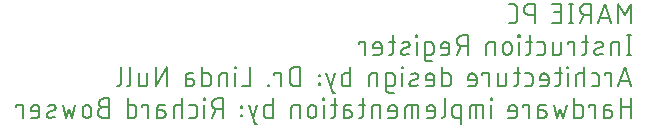
<source format=gbr>
G04 EAGLE Gerber RS-274X export*
G75*
%MOMM*%
%FSLAX34Y34*%
%LPD*%
%INSilkscreen Bottom*%
%IPPOS*%
%AMOC8*
5,1,8,0,0,1.08239X$1,22.5*%
G01*
%ADD10C,0.152400*%


D10*
X1510538Y893572D02*
X1510538Y909828D01*
X1505119Y900797D01*
X1499701Y909828D01*
X1499701Y893572D01*
X1493344Y893572D02*
X1487925Y909828D01*
X1482506Y893572D01*
X1483861Y897636D02*
X1491989Y897636D01*
X1476197Y893572D02*
X1476197Y909828D01*
X1471681Y909828D01*
X1471548Y909826D01*
X1471416Y909820D01*
X1471284Y909810D01*
X1471152Y909797D01*
X1471020Y909779D01*
X1470890Y909758D01*
X1470759Y909733D01*
X1470630Y909704D01*
X1470502Y909671D01*
X1470374Y909635D01*
X1470248Y909595D01*
X1470123Y909551D01*
X1469999Y909503D01*
X1469877Y909452D01*
X1469756Y909397D01*
X1469637Y909339D01*
X1469519Y909277D01*
X1469404Y909212D01*
X1469290Y909143D01*
X1469179Y909072D01*
X1469070Y908996D01*
X1468963Y908918D01*
X1468858Y908837D01*
X1468756Y908752D01*
X1468656Y908665D01*
X1468559Y908575D01*
X1468464Y908482D01*
X1468373Y908386D01*
X1468284Y908288D01*
X1468198Y908187D01*
X1468115Y908083D01*
X1468035Y907977D01*
X1467959Y907869D01*
X1467885Y907759D01*
X1467815Y907646D01*
X1467748Y907532D01*
X1467685Y907415D01*
X1467625Y907297D01*
X1467568Y907177D01*
X1467515Y907055D01*
X1467466Y906932D01*
X1467420Y906808D01*
X1467378Y906682D01*
X1467340Y906555D01*
X1467305Y906427D01*
X1467274Y906298D01*
X1467247Y906169D01*
X1467224Y906038D01*
X1467204Y905907D01*
X1467189Y905775D01*
X1467177Y905643D01*
X1467169Y905511D01*
X1467165Y905378D01*
X1467165Y905246D01*
X1467169Y905113D01*
X1467177Y904981D01*
X1467189Y904849D01*
X1467204Y904717D01*
X1467224Y904586D01*
X1467247Y904455D01*
X1467274Y904326D01*
X1467305Y904197D01*
X1467340Y904069D01*
X1467378Y903942D01*
X1467420Y903816D01*
X1467466Y903692D01*
X1467515Y903569D01*
X1467568Y903447D01*
X1467625Y903327D01*
X1467685Y903209D01*
X1467748Y903092D01*
X1467815Y902978D01*
X1467885Y902865D01*
X1467959Y902755D01*
X1468035Y902647D01*
X1468115Y902541D01*
X1468198Y902437D01*
X1468284Y902336D01*
X1468373Y902238D01*
X1468464Y902142D01*
X1468559Y902049D01*
X1468656Y901959D01*
X1468756Y901872D01*
X1468858Y901787D01*
X1468963Y901706D01*
X1469070Y901628D01*
X1469179Y901552D01*
X1469290Y901481D01*
X1469404Y901412D01*
X1469519Y901347D01*
X1469637Y901285D01*
X1469756Y901227D01*
X1469877Y901172D01*
X1469999Y901121D01*
X1470123Y901073D01*
X1470248Y901029D01*
X1470374Y900989D01*
X1470502Y900953D01*
X1470630Y900920D01*
X1470759Y900891D01*
X1470890Y900866D01*
X1471020Y900845D01*
X1471152Y900827D01*
X1471284Y900814D01*
X1471416Y900804D01*
X1471548Y900798D01*
X1471681Y900796D01*
X1471681Y900797D02*
X1476197Y900797D01*
X1470778Y900797D02*
X1467166Y893572D01*
X1459268Y893572D02*
X1459268Y909828D01*
X1461074Y893572D02*
X1457462Y893572D01*
X1457462Y909828D02*
X1461074Y909828D01*
X1450727Y893572D02*
X1443503Y893572D01*
X1450727Y893572D02*
X1450727Y909828D01*
X1443503Y909828D01*
X1445309Y902603D02*
X1450727Y902603D01*
X1428663Y909828D02*
X1428663Y893572D01*
X1428663Y909828D02*
X1424147Y909828D01*
X1424014Y909826D01*
X1423882Y909820D01*
X1423750Y909810D01*
X1423618Y909797D01*
X1423486Y909779D01*
X1423356Y909758D01*
X1423225Y909733D01*
X1423096Y909704D01*
X1422968Y909671D01*
X1422840Y909635D01*
X1422714Y909595D01*
X1422589Y909551D01*
X1422465Y909503D01*
X1422343Y909452D01*
X1422222Y909397D01*
X1422103Y909339D01*
X1421985Y909277D01*
X1421870Y909212D01*
X1421756Y909143D01*
X1421645Y909072D01*
X1421536Y908996D01*
X1421429Y908918D01*
X1421324Y908837D01*
X1421222Y908752D01*
X1421122Y908665D01*
X1421025Y908575D01*
X1420930Y908482D01*
X1420839Y908386D01*
X1420750Y908288D01*
X1420664Y908187D01*
X1420581Y908083D01*
X1420501Y907977D01*
X1420425Y907869D01*
X1420351Y907759D01*
X1420281Y907646D01*
X1420214Y907532D01*
X1420151Y907415D01*
X1420091Y907297D01*
X1420034Y907177D01*
X1419981Y907055D01*
X1419932Y906932D01*
X1419886Y906808D01*
X1419844Y906682D01*
X1419806Y906555D01*
X1419771Y906427D01*
X1419740Y906298D01*
X1419713Y906169D01*
X1419690Y906038D01*
X1419670Y905907D01*
X1419655Y905775D01*
X1419643Y905643D01*
X1419635Y905511D01*
X1419631Y905378D01*
X1419631Y905246D01*
X1419635Y905113D01*
X1419643Y904981D01*
X1419655Y904849D01*
X1419670Y904717D01*
X1419690Y904586D01*
X1419713Y904455D01*
X1419740Y904326D01*
X1419771Y904197D01*
X1419806Y904069D01*
X1419844Y903942D01*
X1419886Y903816D01*
X1419932Y903692D01*
X1419981Y903569D01*
X1420034Y903447D01*
X1420091Y903327D01*
X1420151Y903209D01*
X1420214Y903092D01*
X1420281Y902978D01*
X1420351Y902865D01*
X1420425Y902755D01*
X1420501Y902647D01*
X1420581Y902541D01*
X1420664Y902437D01*
X1420750Y902336D01*
X1420839Y902238D01*
X1420930Y902142D01*
X1421025Y902049D01*
X1421122Y901959D01*
X1421222Y901872D01*
X1421324Y901787D01*
X1421429Y901706D01*
X1421536Y901628D01*
X1421645Y901552D01*
X1421756Y901481D01*
X1421870Y901412D01*
X1421985Y901347D01*
X1422103Y901285D01*
X1422222Y901227D01*
X1422343Y901172D01*
X1422465Y901121D01*
X1422589Y901073D01*
X1422714Y901029D01*
X1422840Y900989D01*
X1422968Y900953D01*
X1423096Y900920D01*
X1423225Y900891D01*
X1423356Y900866D01*
X1423486Y900845D01*
X1423618Y900827D01*
X1423750Y900814D01*
X1423882Y900804D01*
X1424014Y900798D01*
X1424147Y900796D01*
X1424147Y900797D02*
X1428663Y900797D01*
X1410190Y893572D02*
X1406578Y893572D01*
X1410190Y893572D02*
X1410308Y893574D01*
X1410426Y893580D01*
X1410544Y893589D01*
X1410661Y893603D01*
X1410778Y893620D01*
X1410895Y893641D01*
X1411010Y893666D01*
X1411125Y893695D01*
X1411239Y893728D01*
X1411351Y893764D01*
X1411462Y893804D01*
X1411572Y893847D01*
X1411681Y893894D01*
X1411788Y893944D01*
X1411893Y893999D01*
X1411996Y894056D01*
X1412097Y894117D01*
X1412197Y894181D01*
X1412294Y894248D01*
X1412389Y894318D01*
X1412481Y894392D01*
X1412572Y894468D01*
X1412659Y894548D01*
X1412744Y894630D01*
X1412826Y894715D01*
X1412906Y894802D01*
X1412982Y894893D01*
X1413056Y894985D01*
X1413126Y895080D01*
X1413193Y895177D01*
X1413257Y895277D01*
X1413318Y895378D01*
X1413375Y895481D01*
X1413430Y895586D01*
X1413480Y895693D01*
X1413527Y895802D01*
X1413570Y895912D01*
X1413610Y896023D01*
X1413646Y896135D01*
X1413679Y896249D01*
X1413708Y896364D01*
X1413733Y896479D01*
X1413754Y896596D01*
X1413771Y896713D01*
X1413785Y896830D01*
X1413794Y896948D01*
X1413800Y897066D01*
X1413802Y897184D01*
X1413803Y897184D02*
X1413803Y906216D01*
X1413802Y906216D02*
X1413800Y906334D01*
X1413794Y906452D01*
X1413785Y906570D01*
X1413771Y906687D01*
X1413754Y906804D01*
X1413733Y906921D01*
X1413708Y907036D01*
X1413679Y907151D01*
X1413646Y907265D01*
X1413610Y907377D01*
X1413570Y907488D01*
X1413527Y907598D01*
X1413480Y907707D01*
X1413430Y907814D01*
X1413375Y907919D01*
X1413318Y908022D01*
X1413257Y908123D01*
X1413193Y908223D01*
X1413126Y908320D01*
X1413056Y908415D01*
X1412982Y908507D01*
X1412906Y908598D01*
X1412826Y908685D01*
X1412744Y908770D01*
X1412659Y908852D01*
X1412572Y908932D01*
X1412481Y909008D01*
X1412389Y909082D01*
X1412294Y909152D01*
X1412197Y909219D01*
X1412097Y909283D01*
X1411996Y909344D01*
X1411893Y909401D01*
X1411788Y909456D01*
X1411681Y909506D01*
X1411572Y909553D01*
X1411462Y909596D01*
X1411351Y909636D01*
X1411239Y909672D01*
X1411125Y909705D01*
X1411010Y909734D01*
X1410895Y909759D01*
X1410778Y909780D01*
X1410661Y909797D01*
X1410544Y909811D01*
X1410426Y909820D01*
X1410308Y909826D01*
X1410190Y909828D01*
X1406578Y909828D01*
X1508732Y883158D02*
X1508732Y866902D01*
X1510538Y866902D02*
X1506926Y866902D01*
X1506926Y883158D02*
X1510538Y883158D01*
X1500360Y877739D02*
X1500360Y866902D01*
X1500360Y877739D02*
X1495845Y877739D01*
X1495741Y877737D01*
X1495638Y877731D01*
X1495534Y877721D01*
X1495431Y877707D01*
X1495329Y877689D01*
X1495228Y877668D01*
X1495127Y877642D01*
X1495028Y877613D01*
X1494929Y877580D01*
X1494832Y877543D01*
X1494737Y877502D01*
X1494643Y877458D01*
X1494551Y877410D01*
X1494461Y877359D01*
X1494372Y877304D01*
X1494286Y877246D01*
X1494203Y877184D01*
X1494121Y877120D01*
X1494043Y877052D01*
X1493967Y876982D01*
X1493893Y876909D01*
X1493823Y876832D01*
X1493755Y876754D01*
X1493691Y876672D01*
X1493629Y876589D01*
X1493571Y876503D01*
X1493516Y876414D01*
X1493465Y876324D01*
X1493417Y876232D01*
X1493373Y876138D01*
X1493332Y876043D01*
X1493295Y875946D01*
X1493262Y875847D01*
X1493233Y875748D01*
X1493207Y875647D01*
X1493186Y875546D01*
X1493168Y875444D01*
X1493154Y875341D01*
X1493144Y875237D01*
X1493138Y875134D01*
X1493136Y875030D01*
X1493135Y875030D02*
X1493135Y866902D01*
X1484938Y873224D02*
X1480422Y871418D01*
X1484938Y873224D02*
X1485026Y873261D01*
X1485112Y873302D01*
X1485197Y873346D01*
X1485280Y873394D01*
X1485360Y873445D01*
X1485439Y873499D01*
X1485515Y873557D01*
X1485589Y873617D01*
X1485661Y873681D01*
X1485729Y873747D01*
X1485795Y873817D01*
X1485858Y873888D01*
X1485919Y873963D01*
X1485976Y874039D01*
X1486029Y874118D01*
X1486080Y874199D01*
X1486127Y874282D01*
X1486171Y874367D01*
X1486211Y874454D01*
X1486248Y874542D01*
X1486281Y874632D01*
X1486311Y874723D01*
X1486336Y874815D01*
X1486358Y874908D01*
X1486376Y875002D01*
X1486391Y875096D01*
X1486401Y875191D01*
X1486407Y875287D01*
X1486410Y875382D01*
X1486409Y875478D01*
X1486403Y875573D01*
X1486394Y875669D01*
X1486381Y875763D01*
X1486365Y875857D01*
X1486344Y875951D01*
X1486319Y876043D01*
X1486291Y876134D01*
X1486259Y876224D01*
X1486224Y876313D01*
X1486185Y876400D01*
X1486142Y876486D01*
X1486096Y876570D01*
X1486046Y876651D01*
X1485994Y876731D01*
X1485938Y876809D01*
X1485878Y876884D01*
X1485816Y876956D01*
X1485751Y877026D01*
X1485683Y877094D01*
X1485613Y877158D01*
X1485540Y877220D01*
X1485464Y877278D01*
X1485386Y877334D01*
X1485306Y877386D01*
X1485224Y877435D01*
X1485140Y877480D01*
X1485054Y877522D01*
X1484967Y877561D01*
X1484878Y877596D01*
X1484787Y877627D01*
X1484696Y877654D01*
X1484603Y877678D01*
X1484510Y877698D01*
X1484416Y877714D01*
X1484321Y877726D01*
X1484226Y877735D01*
X1484130Y877739D01*
X1484035Y877740D01*
X1483788Y877733D01*
X1483542Y877721D01*
X1483296Y877703D01*
X1483050Y877678D01*
X1482806Y877648D01*
X1482562Y877612D01*
X1482319Y877571D01*
X1482077Y877523D01*
X1481836Y877469D01*
X1481597Y877410D01*
X1481359Y877345D01*
X1481123Y877274D01*
X1480888Y877198D01*
X1480655Y877116D01*
X1480425Y877028D01*
X1480197Y876935D01*
X1479970Y876837D01*
X1480422Y871417D02*
X1480334Y871380D01*
X1480248Y871339D01*
X1480163Y871295D01*
X1480080Y871247D01*
X1480000Y871196D01*
X1479921Y871142D01*
X1479845Y871084D01*
X1479771Y871024D01*
X1479699Y870960D01*
X1479631Y870894D01*
X1479565Y870824D01*
X1479502Y870753D01*
X1479441Y870678D01*
X1479384Y870602D01*
X1479331Y870523D01*
X1479280Y870442D01*
X1479233Y870359D01*
X1479189Y870274D01*
X1479149Y870187D01*
X1479112Y870099D01*
X1479079Y870009D01*
X1479049Y869918D01*
X1479024Y869826D01*
X1479002Y869733D01*
X1478984Y869639D01*
X1478969Y869545D01*
X1478959Y869450D01*
X1478953Y869354D01*
X1478950Y869259D01*
X1478951Y869163D01*
X1478957Y869068D01*
X1478966Y868972D01*
X1478979Y868878D01*
X1478995Y868784D01*
X1479016Y868690D01*
X1479041Y868598D01*
X1479069Y868507D01*
X1479101Y868417D01*
X1479136Y868328D01*
X1479175Y868241D01*
X1479218Y868155D01*
X1479264Y868071D01*
X1479314Y867990D01*
X1479366Y867910D01*
X1479422Y867832D01*
X1479482Y867757D01*
X1479544Y867685D01*
X1479609Y867615D01*
X1479677Y867547D01*
X1479747Y867483D01*
X1479820Y867421D01*
X1479896Y867363D01*
X1479974Y867307D01*
X1480054Y867255D01*
X1480136Y867206D01*
X1480220Y867161D01*
X1480306Y867119D01*
X1480393Y867080D01*
X1480482Y867045D01*
X1480573Y867014D01*
X1480664Y866987D01*
X1480757Y866963D01*
X1480850Y866943D01*
X1480944Y866927D01*
X1481039Y866915D01*
X1481134Y866906D01*
X1481230Y866902D01*
X1481325Y866901D01*
X1481325Y866902D02*
X1481687Y866911D01*
X1482049Y866929D01*
X1482410Y866956D01*
X1482770Y866991D01*
X1483130Y867034D01*
X1483489Y867086D01*
X1483846Y867147D01*
X1484201Y867216D01*
X1484555Y867293D01*
X1484907Y867379D01*
X1485257Y867473D01*
X1485605Y867576D01*
X1485950Y867686D01*
X1486292Y867805D01*
X1474042Y877739D02*
X1468624Y877739D01*
X1472236Y883158D02*
X1472236Y869611D01*
X1472234Y869510D01*
X1472228Y869409D01*
X1472219Y869308D01*
X1472206Y869207D01*
X1472189Y869107D01*
X1472168Y869008D01*
X1472144Y868910D01*
X1472116Y868813D01*
X1472084Y868716D01*
X1472049Y868621D01*
X1472010Y868528D01*
X1471968Y868436D01*
X1471922Y868345D01*
X1471873Y868257D01*
X1471821Y868170D01*
X1471765Y868085D01*
X1471707Y868002D01*
X1471645Y867922D01*
X1471580Y867844D01*
X1471513Y867768D01*
X1471443Y867695D01*
X1471370Y867625D01*
X1471294Y867558D01*
X1471216Y867493D01*
X1471136Y867431D01*
X1471053Y867373D01*
X1470968Y867317D01*
X1470882Y867265D01*
X1470793Y867216D01*
X1470702Y867170D01*
X1470610Y867128D01*
X1470517Y867089D01*
X1470422Y867054D01*
X1470325Y867022D01*
X1470228Y866994D01*
X1470130Y866970D01*
X1470031Y866949D01*
X1469931Y866932D01*
X1469830Y866919D01*
X1469729Y866910D01*
X1469628Y866904D01*
X1469527Y866902D01*
X1468624Y866902D01*
X1462240Y866902D02*
X1462240Y877739D01*
X1456821Y877739D01*
X1456821Y875933D01*
X1451383Y877739D02*
X1451383Y869611D01*
X1451382Y869611D02*
X1451380Y869510D01*
X1451374Y869409D01*
X1451365Y869308D01*
X1451352Y869207D01*
X1451335Y869107D01*
X1451314Y869008D01*
X1451290Y868910D01*
X1451262Y868813D01*
X1451230Y868716D01*
X1451195Y868621D01*
X1451156Y868528D01*
X1451114Y868436D01*
X1451068Y868345D01*
X1451019Y868257D01*
X1450967Y868170D01*
X1450911Y868085D01*
X1450853Y868002D01*
X1450791Y867922D01*
X1450726Y867844D01*
X1450659Y867768D01*
X1450589Y867695D01*
X1450516Y867625D01*
X1450440Y867558D01*
X1450362Y867493D01*
X1450282Y867431D01*
X1450199Y867373D01*
X1450114Y867317D01*
X1450028Y867265D01*
X1449939Y867216D01*
X1449848Y867170D01*
X1449756Y867128D01*
X1449663Y867089D01*
X1449568Y867054D01*
X1449471Y867022D01*
X1449374Y866994D01*
X1449276Y866970D01*
X1449177Y866949D01*
X1449077Y866932D01*
X1448976Y866919D01*
X1448875Y866910D01*
X1448774Y866904D01*
X1448673Y866902D01*
X1444158Y866902D01*
X1444158Y877739D01*
X1434588Y866902D02*
X1430975Y866902D01*
X1434588Y866902D02*
X1434689Y866904D01*
X1434790Y866910D01*
X1434891Y866919D01*
X1434992Y866932D01*
X1435092Y866949D01*
X1435191Y866970D01*
X1435289Y866994D01*
X1435386Y867022D01*
X1435483Y867054D01*
X1435578Y867089D01*
X1435671Y867128D01*
X1435763Y867170D01*
X1435854Y867216D01*
X1435943Y867265D01*
X1436029Y867317D01*
X1436114Y867373D01*
X1436197Y867431D01*
X1436277Y867493D01*
X1436355Y867558D01*
X1436431Y867625D01*
X1436504Y867695D01*
X1436574Y867768D01*
X1436641Y867844D01*
X1436706Y867922D01*
X1436768Y868002D01*
X1436826Y868085D01*
X1436882Y868170D01*
X1436934Y868257D01*
X1436983Y868345D01*
X1437029Y868436D01*
X1437071Y868528D01*
X1437110Y868621D01*
X1437145Y868716D01*
X1437177Y868813D01*
X1437205Y868910D01*
X1437229Y869008D01*
X1437250Y869107D01*
X1437267Y869207D01*
X1437280Y869308D01*
X1437289Y869409D01*
X1437295Y869510D01*
X1437297Y869611D01*
X1437297Y875030D01*
X1437295Y875131D01*
X1437289Y875232D01*
X1437280Y875333D01*
X1437267Y875434D01*
X1437250Y875534D01*
X1437229Y875633D01*
X1437205Y875731D01*
X1437177Y875828D01*
X1437145Y875925D01*
X1437110Y876020D01*
X1437071Y876113D01*
X1437029Y876205D01*
X1436983Y876296D01*
X1436934Y876385D01*
X1436882Y876471D01*
X1436826Y876556D01*
X1436768Y876639D01*
X1436706Y876719D01*
X1436641Y876797D01*
X1436574Y876873D01*
X1436504Y876946D01*
X1436431Y877016D01*
X1436355Y877083D01*
X1436277Y877148D01*
X1436197Y877210D01*
X1436114Y877268D01*
X1436029Y877324D01*
X1435943Y877376D01*
X1435854Y877425D01*
X1435763Y877471D01*
X1435671Y877513D01*
X1435578Y877552D01*
X1435483Y877587D01*
X1435386Y877619D01*
X1435289Y877647D01*
X1435191Y877671D01*
X1435092Y877692D01*
X1434992Y877709D01*
X1434891Y877722D01*
X1434790Y877731D01*
X1434689Y877737D01*
X1434588Y877739D01*
X1430975Y877739D01*
X1426628Y877739D02*
X1421209Y877739D01*
X1424822Y883158D02*
X1424822Y869611D01*
X1424821Y869611D02*
X1424819Y869510D01*
X1424813Y869409D01*
X1424804Y869308D01*
X1424791Y869207D01*
X1424774Y869107D01*
X1424753Y869008D01*
X1424729Y868910D01*
X1424701Y868813D01*
X1424669Y868716D01*
X1424634Y868621D01*
X1424595Y868528D01*
X1424553Y868436D01*
X1424507Y868345D01*
X1424458Y868257D01*
X1424406Y868170D01*
X1424350Y868085D01*
X1424292Y868002D01*
X1424230Y867922D01*
X1424165Y867844D01*
X1424098Y867768D01*
X1424028Y867695D01*
X1423955Y867625D01*
X1423879Y867558D01*
X1423801Y867493D01*
X1423721Y867431D01*
X1423638Y867373D01*
X1423553Y867317D01*
X1423467Y867265D01*
X1423378Y867216D01*
X1423287Y867170D01*
X1423195Y867128D01*
X1423102Y867089D01*
X1423007Y867054D01*
X1422910Y867022D01*
X1422813Y866994D01*
X1422715Y866970D01*
X1422616Y866949D01*
X1422516Y866932D01*
X1422415Y866919D01*
X1422314Y866910D01*
X1422213Y866904D01*
X1422112Y866902D01*
X1421209Y866902D01*
X1415466Y866902D02*
X1415466Y877739D01*
X1415917Y882255D02*
X1415917Y883158D01*
X1415014Y883158D01*
X1415014Y882255D01*
X1415917Y882255D01*
X1409178Y874127D02*
X1409178Y870514D01*
X1409178Y874127D02*
X1409176Y874246D01*
X1409170Y874366D01*
X1409160Y874485D01*
X1409146Y874603D01*
X1409129Y874722D01*
X1409107Y874839D01*
X1409082Y874956D01*
X1409052Y875071D01*
X1409019Y875186D01*
X1408982Y875300D01*
X1408942Y875412D01*
X1408897Y875523D01*
X1408849Y875632D01*
X1408798Y875740D01*
X1408743Y875846D01*
X1408684Y875950D01*
X1408622Y876052D01*
X1408557Y876152D01*
X1408488Y876250D01*
X1408416Y876346D01*
X1408341Y876439D01*
X1408264Y876529D01*
X1408183Y876617D01*
X1408099Y876702D01*
X1408012Y876784D01*
X1407923Y876864D01*
X1407831Y876940D01*
X1407737Y877014D01*
X1407640Y877084D01*
X1407542Y877151D01*
X1407441Y877215D01*
X1407337Y877275D01*
X1407232Y877332D01*
X1407125Y877385D01*
X1407017Y877435D01*
X1406907Y877481D01*
X1406795Y877523D01*
X1406682Y877562D01*
X1406568Y877597D01*
X1406453Y877628D01*
X1406336Y877656D01*
X1406219Y877679D01*
X1406102Y877699D01*
X1405983Y877715D01*
X1405864Y877727D01*
X1405745Y877735D01*
X1405626Y877739D01*
X1405506Y877739D01*
X1405387Y877735D01*
X1405268Y877727D01*
X1405149Y877715D01*
X1405030Y877699D01*
X1404913Y877679D01*
X1404796Y877656D01*
X1404679Y877628D01*
X1404564Y877597D01*
X1404450Y877562D01*
X1404337Y877523D01*
X1404225Y877481D01*
X1404115Y877435D01*
X1404007Y877385D01*
X1403900Y877332D01*
X1403795Y877275D01*
X1403691Y877215D01*
X1403590Y877151D01*
X1403492Y877084D01*
X1403395Y877014D01*
X1403301Y876940D01*
X1403209Y876864D01*
X1403120Y876784D01*
X1403033Y876702D01*
X1402949Y876617D01*
X1402868Y876529D01*
X1402791Y876439D01*
X1402716Y876346D01*
X1402644Y876250D01*
X1402575Y876152D01*
X1402510Y876052D01*
X1402448Y875950D01*
X1402389Y875846D01*
X1402334Y875740D01*
X1402283Y875632D01*
X1402235Y875523D01*
X1402190Y875412D01*
X1402150Y875300D01*
X1402113Y875186D01*
X1402080Y875071D01*
X1402050Y874956D01*
X1402025Y874839D01*
X1402003Y874722D01*
X1401986Y874603D01*
X1401972Y874485D01*
X1401962Y874366D01*
X1401956Y874246D01*
X1401954Y874127D01*
X1401953Y874127D02*
X1401953Y870514D01*
X1401954Y870514D02*
X1401956Y870395D01*
X1401962Y870275D01*
X1401972Y870156D01*
X1401986Y870038D01*
X1402003Y869919D01*
X1402025Y869802D01*
X1402050Y869685D01*
X1402080Y869570D01*
X1402113Y869455D01*
X1402150Y869341D01*
X1402190Y869229D01*
X1402235Y869118D01*
X1402283Y869009D01*
X1402334Y868901D01*
X1402389Y868795D01*
X1402448Y868691D01*
X1402510Y868589D01*
X1402575Y868489D01*
X1402644Y868391D01*
X1402716Y868295D01*
X1402791Y868202D01*
X1402868Y868112D01*
X1402949Y868024D01*
X1403033Y867939D01*
X1403120Y867857D01*
X1403209Y867777D01*
X1403301Y867701D01*
X1403395Y867627D01*
X1403492Y867557D01*
X1403590Y867490D01*
X1403691Y867426D01*
X1403795Y867366D01*
X1403900Y867309D01*
X1404007Y867256D01*
X1404115Y867206D01*
X1404225Y867160D01*
X1404337Y867118D01*
X1404450Y867079D01*
X1404564Y867044D01*
X1404679Y867013D01*
X1404796Y866985D01*
X1404913Y866962D01*
X1405030Y866942D01*
X1405149Y866926D01*
X1405268Y866914D01*
X1405387Y866906D01*
X1405506Y866902D01*
X1405626Y866902D01*
X1405745Y866906D01*
X1405864Y866914D01*
X1405983Y866926D01*
X1406102Y866942D01*
X1406219Y866962D01*
X1406336Y866985D01*
X1406453Y867013D01*
X1406568Y867044D01*
X1406682Y867079D01*
X1406795Y867118D01*
X1406907Y867160D01*
X1407017Y867206D01*
X1407125Y867256D01*
X1407232Y867309D01*
X1407337Y867366D01*
X1407441Y867426D01*
X1407542Y867490D01*
X1407640Y867557D01*
X1407737Y867627D01*
X1407831Y867701D01*
X1407923Y867777D01*
X1408012Y867857D01*
X1408099Y867939D01*
X1408183Y868024D01*
X1408264Y868112D01*
X1408341Y868202D01*
X1408416Y868295D01*
X1408488Y868391D01*
X1408557Y868489D01*
X1408622Y868589D01*
X1408684Y868691D01*
X1408743Y868795D01*
X1408798Y868901D01*
X1408849Y869009D01*
X1408897Y869118D01*
X1408942Y869229D01*
X1408982Y869341D01*
X1409019Y869455D01*
X1409052Y869570D01*
X1409082Y869685D01*
X1409107Y869802D01*
X1409129Y869919D01*
X1409146Y870038D01*
X1409160Y870156D01*
X1409170Y870275D01*
X1409176Y870395D01*
X1409178Y870514D01*
X1395110Y866902D02*
X1395110Y877739D01*
X1390595Y877739D01*
X1390491Y877737D01*
X1390388Y877731D01*
X1390284Y877721D01*
X1390181Y877707D01*
X1390079Y877689D01*
X1389978Y877668D01*
X1389877Y877642D01*
X1389778Y877613D01*
X1389679Y877580D01*
X1389582Y877543D01*
X1389487Y877502D01*
X1389393Y877458D01*
X1389301Y877410D01*
X1389211Y877359D01*
X1389122Y877304D01*
X1389036Y877246D01*
X1388953Y877184D01*
X1388871Y877120D01*
X1388793Y877052D01*
X1388717Y876982D01*
X1388643Y876909D01*
X1388573Y876832D01*
X1388505Y876754D01*
X1388441Y876672D01*
X1388379Y876589D01*
X1388321Y876503D01*
X1388266Y876414D01*
X1388215Y876324D01*
X1388167Y876232D01*
X1388123Y876138D01*
X1388082Y876043D01*
X1388045Y875946D01*
X1388012Y875847D01*
X1387983Y875748D01*
X1387957Y875647D01*
X1387936Y875546D01*
X1387918Y875444D01*
X1387904Y875341D01*
X1387894Y875237D01*
X1387888Y875134D01*
X1387886Y875030D01*
X1387885Y875030D02*
X1387885Y866902D01*
X1371954Y866902D02*
X1371954Y883158D01*
X1367438Y883158D01*
X1367305Y883156D01*
X1367173Y883150D01*
X1367041Y883140D01*
X1366909Y883127D01*
X1366777Y883109D01*
X1366647Y883088D01*
X1366516Y883063D01*
X1366387Y883034D01*
X1366259Y883001D01*
X1366131Y882965D01*
X1366005Y882925D01*
X1365880Y882881D01*
X1365756Y882833D01*
X1365634Y882782D01*
X1365513Y882727D01*
X1365394Y882669D01*
X1365276Y882607D01*
X1365161Y882542D01*
X1365047Y882473D01*
X1364936Y882402D01*
X1364827Y882326D01*
X1364720Y882248D01*
X1364615Y882167D01*
X1364513Y882082D01*
X1364413Y881995D01*
X1364316Y881905D01*
X1364221Y881812D01*
X1364130Y881716D01*
X1364041Y881618D01*
X1363955Y881517D01*
X1363872Y881413D01*
X1363792Y881307D01*
X1363716Y881199D01*
X1363642Y881089D01*
X1363572Y880976D01*
X1363505Y880862D01*
X1363442Y880745D01*
X1363382Y880627D01*
X1363325Y880507D01*
X1363272Y880385D01*
X1363223Y880262D01*
X1363177Y880138D01*
X1363135Y880012D01*
X1363097Y879885D01*
X1363062Y879757D01*
X1363031Y879628D01*
X1363004Y879499D01*
X1362981Y879368D01*
X1362961Y879237D01*
X1362946Y879105D01*
X1362934Y878973D01*
X1362926Y878841D01*
X1362922Y878708D01*
X1362922Y878576D01*
X1362926Y878443D01*
X1362934Y878311D01*
X1362946Y878179D01*
X1362961Y878047D01*
X1362981Y877916D01*
X1363004Y877785D01*
X1363031Y877656D01*
X1363062Y877527D01*
X1363097Y877399D01*
X1363135Y877272D01*
X1363177Y877146D01*
X1363223Y877022D01*
X1363272Y876899D01*
X1363325Y876777D01*
X1363382Y876657D01*
X1363442Y876539D01*
X1363505Y876422D01*
X1363572Y876308D01*
X1363642Y876195D01*
X1363716Y876085D01*
X1363792Y875977D01*
X1363872Y875871D01*
X1363955Y875767D01*
X1364041Y875666D01*
X1364130Y875568D01*
X1364221Y875472D01*
X1364316Y875379D01*
X1364413Y875289D01*
X1364513Y875202D01*
X1364615Y875117D01*
X1364720Y875036D01*
X1364827Y874958D01*
X1364936Y874882D01*
X1365047Y874811D01*
X1365161Y874742D01*
X1365276Y874677D01*
X1365394Y874615D01*
X1365513Y874557D01*
X1365634Y874502D01*
X1365756Y874451D01*
X1365880Y874403D01*
X1366005Y874359D01*
X1366131Y874319D01*
X1366259Y874283D01*
X1366387Y874250D01*
X1366516Y874221D01*
X1366647Y874196D01*
X1366777Y874175D01*
X1366909Y874157D01*
X1367041Y874144D01*
X1367173Y874134D01*
X1367305Y874128D01*
X1367438Y874126D01*
X1367438Y874127D02*
X1371954Y874127D01*
X1366535Y874127D02*
X1362923Y866902D01*
X1353844Y866902D02*
X1349328Y866902D01*
X1353844Y866902D02*
X1353945Y866904D01*
X1354046Y866910D01*
X1354147Y866919D01*
X1354248Y866932D01*
X1354348Y866949D01*
X1354447Y866970D01*
X1354545Y866994D01*
X1354642Y867022D01*
X1354739Y867054D01*
X1354834Y867089D01*
X1354927Y867128D01*
X1355019Y867170D01*
X1355110Y867216D01*
X1355199Y867265D01*
X1355285Y867317D01*
X1355370Y867373D01*
X1355453Y867431D01*
X1355533Y867493D01*
X1355611Y867558D01*
X1355687Y867625D01*
X1355760Y867695D01*
X1355830Y867768D01*
X1355897Y867844D01*
X1355962Y867922D01*
X1356024Y868002D01*
X1356082Y868085D01*
X1356138Y868170D01*
X1356190Y868257D01*
X1356239Y868345D01*
X1356285Y868436D01*
X1356327Y868528D01*
X1356366Y868621D01*
X1356401Y868716D01*
X1356433Y868813D01*
X1356461Y868910D01*
X1356485Y869008D01*
X1356506Y869107D01*
X1356523Y869207D01*
X1356536Y869308D01*
X1356545Y869409D01*
X1356551Y869510D01*
X1356553Y869611D01*
X1356553Y874127D01*
X1356551Y874246D01*
X1356545Y874366D01*
X1356535Y874485D01*
X1356521Y874603D01*
X1356504Y874722D01*
X1356482Y874839D01*
X1356457Y874956D01*
X1356427Y875071D01*
X1356394Y875186D01*
X1356357Y875300D01*
X1356317Y875412D01*
X1356272Y875523D01*
X1356224Y875632D01*
X1356173Y875740D01*
X1356118Y875846D01*
X1356059Y875950D01*
X1355997Y876052D01*
X1355932Y876152D01*
X1355863Y876250D01*
X1355791Y876346D01*
X1355716Y876439D01*
X1355639Y876529D01*
X1355558Y876617D01*
X1355474Y876702D01*
X1355387Y876784D01*
X1355298Y876864D01*
X1355206Y876940D01*
X1355112Y877014D01*
X1355015Y877084D01*
X1354917Y877151D01*
X1354816Y877215D01*
X1354712Y877275D01*
X1354607Y877332D01*
X1354500Y877385D01*
X1354392Y877435D01*
X1354282Y877481D01*
X1354170Y877523D01*
X1354057Y877562D01*
X1353943Y877597D01*
X1353828Y877628D01*
X1353711Y877656D01*
X1353594Y877679D01*
X1353477Y877699D01*
X1353358Y877715D01*
X1353239Y877727D01*
X1353120Y877735D01*
X1353001Y877739D01*
X1352881Y877739D01*
X1352762Y877735D01*
X1352643Y877727D01*
X1352524Y877715D01*
X1352405Y877699D01*
X1352288Y877679D01*
X1352171Y877656D01*
X1352054Y877628D01*
X1351939Y877597D01*
X1351825Y877562D01*
X1351712Y877523D01*
X1351600Y877481D01*
X1351490Y877435D01*
X1351382Y877385D01*
X1351275Y877332D01*
X1351170Y877275D01*
X1351066Y877215D01*
X1350965Y877151D01*
X1350867Y877084D01*
X1350770Y877014D01*
X1350676Y876940D01*
X1350584Y876864D01*
X1350495Y876784D01*
X1350408Y876702D01*
X1350324Y876617D01*
X1350243Y876529D01*
X1350166Y876439D01*
X1350091Y876346D01*
X1350019Y876250D01*
X1349950Y876152D01*
X1349885Y876052D01*
X1349823Y875950D01*
X1349764Y875846D01*
X1349709Y875740D01*
X1349658Y875632D01*
X1349610Y875523D01*
X1349565Y875412D01*
X1349525Y875300D01*
X1349488Y875186D01*
X1349455Y875071D01*
X1349425Y874956D01*
X1349400Y874839D01*
X1349378Y874722D01*
X1349361Y874603D01*
X1349347Y874485D01*
X1349337Y874366D01*
X1349331Y874246D01*
X1349329Y874127D01*
X1349328Y874127D02*
X1349328Y872321D01*
X1356553Y872321D01*
X1340370Y866902D02*
X1335855Y866902D01*
X1340370Y866902D02*
X1340471Y866904D01*
X1340572Y866910D01*
X1340673Y866919D01*
X1340774Y866932D01*
X1340874Y866949D01*
X1340973Y866970D01*
X1341071Y866994D01*
X1341168Y867022D01*
X1341265Y867054D01*
X1341360Y867089D01*
X1341453Y867128D01*
X1341545Y867170D01*
X1341636Y867216D01*
X1341725Y867265D01*
X1341811Y867317D01*
X1341896Y867373D01*
X1341979Y867431D01*
X1342059Y867493D01*
X1342137Y867558D01*
X1342213Y867625D01*
X1342286Y867695D01*
X1342356Y867768D01*
X1342423Y867844D01*
X1342488Y867922D01*
X1342550Y868002D01*
X1342608Y868085D01*
X1342664Y868170D01*
X1342716Y868257D01*
X1342765Y868345D01*
X1342811Y868436D01*
X1342853Y868528D01*
X1342892Y868621D01*
X1342927Y868716D01*
X1342959Y868813D01*
X1342987Y868910D01*
X1343011Y869008D01*
X1343032Y869107D01*
X1343049Y869207D01*
X1343062Y869308D01*
X1343071Y869409D01*
X1343077Y869510D01*
X1343079Y869611D01*
X1343079Y875030D01*
X1343077Y875131D01*
X1343071Y875232D01*
X1343062Y875333D01*
X1343049Y875434D01*
X1343032Y875534D01*
X1343011Y875633D01*
X1342987Y875731D01*
X1342959Y875828D01*
X1342927Y875925D01*
X1342892Y876020D01*
X1342853Y876113D01*
X1342811Y876205D01*
X1342765Y876296D01*
X1342716Y876385D01*
X1342664Y876471D01*
X1342608Y876556D01*
X1342550Y876639D01*
X1342488Y876719D01*
X1342423Y876797D01*
X1342356Y876873D01*
X1342286Y876946D01*
X1342213Y877016D01*
X1342137Y877083D01*
X1342059Y877148D01*
X1341979Y877210D01*
X1341896Y877268D01*
X1341811Y877324D01*
X1341725Y877376D01*
X1341636Y877425D01*
X1341545Y877471D01*
X1341453Y877513D01*
X1341360Y877552D01*
X1341265Y877587D01*
X1341168Y877619D01*
X1341071Y877647D01*
X1340973Y877671D01*
X1340874Y877692D01*
X1340774Y877709D01*
X1340673Y877722D01*
X1340572Y877731D01*
X1340471Y877737D01*
X1340370Y877739D01*
X1335855Y877739D01*
X1335855Y864193D01*
X1335857Y864092D01*
X1335863Y863991D01*
X1335872Y863890D01*
X1335885Y863789D01*
X1335902Y863689D01*
X1335923Y863590D01*
X1335947Y863492D01*
X1335975Y863395D01*
X1336007Y863298D01*
X1336042Y863203D01*
X1336081Y863110D01*
X1336123Y863018D01*
X1336169Y862927D01*
X1336218Y862839D01*
X1336270Y862752D01*
X1336326Y862667D01*
X1336384Y862584D01*
X1336446Y862504D01*
X1336511Y862426D01*
X1336578Y862350D01*
X1336648Y862277D01*
X1336721Y862207D01*
X1336797Y862140D01*
X1336875Y862075D01*
X1336955Y862013D01*
X1337038Y861955D01*
X1337123Y861899D01*
X1337210Y861847D01*
X1337298Y861798D01*
X1337389Y861752D01*
X1337481Y861710D01*
X1337574Y861671D01*
X1337669Y861636D01*
X1337766Y861604D01*
X1337863Y861576D01*
X1337961Y861552D01*
X1338060Y861531D01*
X1338160Y861514D01*
X1338261Y861501D01*
X1338362Y861492D01*
X1338463Y861486D01*
X1338564Y861484D01*
X1338564Y861483D02*
X1342176Y861483D01*
X1328973Y866902D02*
X1328973Y877739D01*
X1329424Y882255D02*
X1329424Y883158D01*
X1328521Y883158D01*
X1328521Y882255D01*
X1329424Y882255D01*
X1321331Y873224D02*
X1316815Y871418D01*
X1321331Y873224D02*
X1321419Y873261D01*
X1321505Y873302D01*
X1321590Y873346D01*
X1321673Y873394D01*
X1321753Y873445D01*
X1321832Y873499D01*
X1321908Y873557D01*
X1321982Y873617D01*
X1322054Y873681D01*
X1322122Y873747D01*
X1322188Y873817D01*
X1322251Y873888D01*
X1322312Y873963D01*
X1322369Y874039D01*
X1322422Y874118D01*
X1322473Y874199D01*
X1322520Y874282D01*
X1322564Y874367D01*
X1322604Y874454D01*
X1322641Y874542D01*
X1322674Y874632D01*
X1322704Y874723D01*
X1322729Y874815D01*
X1322751Y874908D01*
X1322769Y875002D01*
X1322784Y875096D01*
X1322794Y875191D01*
X1322800Y875287D01*
X1322803Y875382D01*
X1322802Y875478D01*
X1322796Y875573D01*
X1322787Y875669D01*
X1322774Y875763D01*
X1322758Y875857D01*
X1322737Y875951D01*
X1322712Y876043D01*
X1322684Y876134D01*
X1322652Y876224D01*
X1322617Y876313D01*
X1322578Y876400D01*
X1322535Y876486D01*
X1322489Y876570D01*
X1322439Y876651D01*
X1322387Y876731D01*
X1322331Y876809D01*
X1322271Y876884D01*
X1322209Y876956D01*
X1322144Y877026D01*
X1322076Y877094D01*
X1322006Y877158D01*
X1321933Y877220D01*
X1321857Y877278D01*
X1321779Y877334D01*
X1321699Y877386D01*
X1321617Y877435D01*
X1321533Y877480D01*
X1321447Y877522D01*
X1321360Y877561D01*
X1321271Y877596D01*
X1321180Y877627D01*
X1321089Y877654D01*
X1320996Y877678D01*
X1320903Y877698D01*
X1320809Y877714D01*
X1320714Y877726D01*
X1320619Y877735D01*
X1320523Y877739D01*
X1320428Y877740D01*
X1320181Y877733D01*
X1319935Y877721D01*
X1319689Y877703D01*
X1319443Y877678D01*
X1319199Y877648D01*
X1318955Y877612D01*
X1318712Y877571D01*
X1318470Y877523D01*
X1318229Y877469D01*
X1317990Y877410D01*
X1317752Y877345D01*
X1317516Y877274D01*
X1317281Y877198D01*
X1317048Y877116D01*
X1316818Y877028D01*
X1316590Y876935D01*
X1316363Y876837D01*
X1316815Y871417D02*
X1316727Y871380D01*
X1316641Y871339D01*
X1316556Y871295D01*
X1316473Y871247D01*
X1316393Y871196D01*
X1316314Y871142D01*
X1316238Y871084D01*
X1316164Y871024D01*
X1316092Y870960D01*
X1316024Y870894D01*
X1315958Y870824D01*
X1315895Y870753D01*
X1315834Y870678D01*
X1315777Y870602D01*
X1315724Y870523D01*
X1315673Y870442D01*
X1315626Y870359D01*
X1315582Y870274D01*
X1315542Y870187D01*
X1315505Y870099D01*
X1315472Y870009D01*
X1315442Y869918D01*
X1315417Y869826D01*
X1315395Y869733D01*
X1315377Y869639D01*
X1315362Y869545D01*
X1315352Y869450D01*
X1315346Y869354D01*
X1315343Y869259D01*
X1315344Y869163D01*
X1315350Y869068D01*
X1315359Y868972D01*
X1315372Y868878D01*
X1315388Y868784D01*
X1315409Y868690D01*
X1315434Y868598D01*
X1315462Y868507D01*
X1315494Y868417D01*
X1315529Y868328D01*
X1315568Y868241D01*
X1315611Y868155D01*
X1315657Y868071D01*
X1315707Y867990D01*
X1315759Y867910D01*
X1315815Y867832D01*
X1315875Y867757D01*
X1315937Y867685D01*
X1316002Y867615D01*
X1316070Y867547D01*
X1316140Y867483D01*
X1316213Y867421D01*
X1316289Y867363D01*
X1316367Y867307D01*
X1316447Y867255D01*
X1316529Y867206D01*
X1316613Y867161D01*
X1316699Y867119D01*
X1316786Y867080D01*
X1316875Y867045D01*
X1316966Y867014D01*
X1317057Y866987D01*
X1317150Y866963D01*
X1317243Y866943D01*
X1317337Y866927D01*
X1317432Y866915D01*
X1317527Y866906D01*
X1317623Y866902D01*
X1317718Y866901D01*
X1317719Y866902D02*
X1318081Y866911D01*
X1318443Y866929D01*
X1318804Y866956D01*
X1319164Y866991D01*
X1319524Y867034D01*
X1319883Y867086D01*
X1320240Y867147D01*
X1320595Y867216D01*
X1320949Y867293D01*
X1321301Y867379D01*
X1321651Y867473D01*
X1321999Y867576D01*
X1322344Y867686D01*
X1322686Y867805D01*
X1310436Y877739D02*
X1305017Y877739D01*
X1308630Y883158D02*
X1308630Y869611D01*
X1308629Y869611D02*
X1308627Y869510D01*
X1308621Y869409D01*
X1308612Y869308D01*
X1308599Y869207D01*
X1308582Y869107D01*
X1308561Y869008D01*
X1308537Y868910D01*
X1308509Y868813D01*
X1308477Y868716D01*
X1308442Y868621D01*
X1308403Y868528D01*
X1308361Y868436D01*
X1308315Y868345D01*
X1308266Y868257D01*
X1308214Y868170D01*
X1308158Y868085D01*
X1308100Y868002D01*
X1308038Y867922D01*
X1307973Y867844D01*
X1307906Y867768D01*
X1307836Y867695D01*
X1307763Y867625D01*
X1307687Y867558D01*
X1307609Y867493D01*
X1307529Y867431D01*
X1307446Y867373D01*
X1307361Y867317D01*
X1307275Y867265D01*
X1307186Y867216D01*
X1307095Y867170D01*
X1307003Y867128D01*
X1306910Y867089D01*
X1306815Y867054D01*
X1306718Y867022D01*
X1306621Y866994D01*
X1306523Y866970D01*
X1306424Y866949D01*
X1306324Y866932D01*
X1306223Y866919D01*
X1306122Y866910D01*
X1306021Y866904D01*
X1305920Y866902D01*
X1305017Y866902D01*
X1296529Y866902D02*
X1292014Y866902D01*
X1296529Y866902D02*
X1296630Y866904D01*
X1296731Y866910D01*
X1296832Y866919D01*
X1296933Y866932D01*
X1297033Y866949D01*
X1297132Y866970D01*
X1297230Y866994D01*
X1297327Y867022D01*
X1297424Y867054D01*
X1297519Y867089D01*
X1297612Y867128D01*
X1297704Y867170D01*
X1297795Y867216D01*
X1297884Y867265D01*
X1297970Y867317D01*
X1298055Y867373D01*
X1298138Y867431D01*
X1298218Y867493D01*
X1298296Y867558D01*
X1298372Y867625D01*
X1298445Y867695D01*
X1298515Y867768D01*
X1298582Y867844D01*
X1298647Y867922D01*
X1298709Y868002D01*
X1298767Y868085D01*
X1298823Y868170D01*
X1298875Y868257D01*
X1298924Y868345D01*
X1298970Y868436D01*
X1299012Y868528D01*
X1299051Y868621D01*
X1299086Y868716D01*
X1299118Y868813D01*
X1299146Y868910D01*
X1299170Y869008D01*
X1299191Y869107D01*
X1299208Y869207D01*
X1299221Y869308D01*
X1299230Y869409D01*
X1299236Y869510D01*
X1299238Y869611D01*
X1299239Y869611D02*
X1299239Y874127D01*
X1299238Y874127D02*
X1299236Y874246D01*
X1299230Y874366D01*
X1299220Y874485D01*
X1299206Y874603D01*
X1299189Y874722D01*
X1299167Y874839D01*
X1299142Y874956D01*
X1299112Y875071D01*
X1299079Y875186D01*
X1299042Y875300D01*
X1299002Y875412D01*
X1298957Y875523D01*
X1298909Y875632D01*
X1298858Y875740D01*
X1298803Y875846D01*
X1298744Y875950D01*
X1298682Y876052D01*
X1298617Y876152D01*
X1298548Y876250D01*
X1298476Y876346D01*
X1298401Y876439D01*
X1298324Y876529D01*
X1298243Y876617D01*
X1298159Y876702D01*
X1298072Y876784D01*
X1297983Y876864D01*
X1297891Y876940D01*
X1297797Y877014D01*
X1297700Y877084D01*
X1297602Y877151D01*
X1297501Y877215D01*
X1297397Y877275D01*
X1297292Y877332D01*
X1297185Y877385D01*
X1297077Y877435D01*
X1296967Y877481D01*
X1296855Y877523D01*
X1296742Y877562D01*
X1296628Y877597D01*
X1296513Y877628D01*
X1296396Y877656D01*
X1296279Y877679D01*
X1296162Y877699D01*
X1296043Y877715D01*
X1295924Y877727D01*
X1295805Y877735D01*
X1295686Y877739D01*
X1295566Y877739D01*
X1295447Y877735D01*
X1295328Y877727D01*
X1295209Y877715D01*
X1295090Y877699D01*
X1294973Y877679D01*
X1294856Y877656D01*
X1294739Y877628D01*
X1294624Y877597D01*
X1294510Y877562D01*
X1294397Y877523D01*
X1294285Y877481D01*
X1294175Y877435D01*
X1294067Y877385D01*
X1293960Y877332D01*
X1293855Y877275D01*
X1293751Y877215D01*
X1293650Y877151D01*
X1293552Y877084D01*
X1293455Y877014D01*
X1293361Y876940D01*
X1293269Y876864D01*
X1293180Y876784D01*
X1293093Y876702D01*
X1293009Y876617D01*
X1292928Y876529D01*
X1292851Y876439D01*
X1292776Y876346D01*
X1292704Y876250D01*
X1292635Y876152D01*
X1292570Y876052D01*
X1292508Y875950D01*
X1292449Y875846D01*
X1292394Y875740D01*
X1292343Y875632D01*
X1292295Y875523D01*
X1292250Y875412D01*
X1292210Y875300D01*
X1292173Y875186D01*
X1292140Y875071D01*
X1292110Y874956D01*
X1292085Y874839D01*
X1292063Y874722D01*
X1292046Y874603D01*
X1292032Y874485D01*
X1292022Y874366D01*
X1292016Y874246D01*
X1292014Y874127D01*
X1292014Y872321D01*
X1299239Y872321D01*
X1285086Y866902D02*
X1285086Y877739D01*
X1279667Y877739D01*
X1279667Y875933D01*
X1505119Y856488D02*
X1510538Y840232D01*
X1499701Y840232D02*
X1505119Y856488D01*
X1501055Y844296D02*
X1509183Y844296D01*
X1493537Y840232D02*
X1493537Y851069D01*
X1488118Y851069D01*
X1488118Y849263D01*
X1480474Y840232D02*
X1476861Y840232D01*
X1480474Y840232D02*
X1480575Y840234D01*
X1480676Y840240D01*
X1480777Y840249D01*
X1480878Y840262D01*
X1480978Y840279D01*
X1481077Y840300D01*
X1481175Y840324D01*
X1481272Y840352D01*
X1481369Y840384D01*
X1481464Y840419D01*
X1481557Y840458D01*
X1481649Y840500D01*
X1481740Y840546D01*
X1481829Y840595D01*
X1481915Y840647D01*
X1482000Y840703D01*
X1482083Y840761D01*
X1482163Y840823D01*
X1482241Y840888D01*
X1482317Y840955D01*
X1482390Y841025D01*
X1482460Y841098D01*
X1482527Y841174D01*
X1482592Y841252D01*
X1482654Y841332D01*
X1482712Y841415D01*
X1482768Y841500D01*
X1482820Y841587D01*
X1482869Y841675D01*
X1482915Y841766D01*
X1482957Y841858D01*
X1482996Y841951D01*
X1483031Y842046D01*
X1483063Y842143D01*
X1483091Y842240D01*
X1483115Y842338D01*
X1483136Y842437D01*
X1483153Y842537D01*
X1483166Y842638D01*
X1483175Y842739D01*
X1483181Y842840D01*
X1483183Y842941D01*
X1483183Y848360D01*
X1483181Y848461D01*
X1483175Y848562D01*
X1483166Y848663D01*
X1483153Y848764D01*
X1483136Y848864D01*
X1483115Y848963D01*
X1483091Y849061D01*
X1483063Y849158D01*
X1483031Y849255D01*
X1482996Y849350D01*
X1482957Y849443D01*
X1482915Y849535D01*
X1482869Y849626D01*
X1482820Y849715D01*
X1482768Y849801D01*
X1482712Y849886D01*
X1482654Y849969D01*
X1482592Y850049D01*
X1482527Y850127D01*
X1482460Y850203D01*
X1482390Y850276D01*
X1482317Y850346D01*
X1482241Y850413D01*
X1482163Y850478D01*
X1482083Y850540D01*
X1482000Y850598D01*
X1481915Y850654D01*
X1481829Y850706D01*
X1481740Y850755D01*
X1481649Y850801D01*
X1481557Y850843D01*
X1481464Y850882D01*
X1481369Y850917D01*
X1481272Y850949D01*
X1481175Y850977D01*
X1481077Y851001D01*
X1480978Y851022D01*
X1480878Y851039D01*
X1480777Y851052D01*
X1480676Y851061D01*
X1480575Y851067D01*
X1480474Y851069D01*
X1476861Y851069D01*
X1470696Y856488D02*
X1470696Y840232D01*
X1470696Y851069D02*
X1466180Y851069D01*
X1466076Y851067D01*
X1465973Y851061D01*
X1465869Y851051D01*
X1465766Y851037D01*
X1465664Y851019D01*
X1465563Y850998D01*
X1465462Y850972D01*
X1465363Y850943D01*
X1465264Y850910D01*
X1465167Y850873D01*
X1465072Y850832D01*
X1464978Y850788D01*
X1464886Y850740D01*
X1464796Y850689D01*
X1464707Y850634D01*
X1464621Y850576D01*
X1464538Y850514D01*
X1464456Y850450D01*
X1464378Y850382D01*
X1464302Y850312D01*
X1464228Y850239D01*
X1464158Y850162D01*
X1464090Y850084D01*
X1464026Y850002D01*
X1463964Y849919D01*
X1463906Y849833D01*
X1463851Y849744D01*
X1463800Y849654D01*
X1463752Y849562D01*
X1463708Y849468D01*
X1463667Y849373D01*
X1463630Y849276D01*
X1463597Y849177D01*
X1463568Y849078D01*
X1463542Y848977D01*
X1463521Y848876D01*
X1463503Y848774D01*
X1463489Y848671D01*
X1463479Y848567D01*
X1463473Y848464D01*
X1463471Y848360D01*
X1463471Y840232D01*
X1456663Y840232D02*
X1456663Y851069D01*
X1457114Y855585D02*
X1457114Y856488D01*
X1456211Y856488D01*
X1456211Y855585D01*
X1457114Y855585D01*
X1451673Y851069D02*
X1446254Y851069D01*
X1449866Y856488D02*
X1449866Y842941D01*
X1449864Y842840D01*
X1449858Y842739D01*
X1449849Y842638D01*
X1449836Y842537D01*
X1449819Y842437D01*
X1449798Y842338D01*
X1449774Y842240D01*
X1449746Y842143D01*
X1449714Y842046D01*
X1449679Y841951D01*
X1449640Y841858D01*
X1449598Y841766D01*
X1449552Y841675D01*
X1449503Y841587D01*
X1449451Y841500D01*
X1449395Y841415D01*
X1449337Y841332D01*
X1449275Y841252D01*
X1449210Y841174D01*
X1449143Y841098D01*
X1449073Y841025D01*
X1449000Y840955D01*
X1448924Y840888D01*
X1448846Y840823D01*
X1448766Y840761D01*
X1448683Y840703D01*
X1448598Y840647D01*
X1448512Y840595D01*
X1448423Y840546D01*
X1448332Y840500D01*
X1448240Y840458D01*
X1448147Y840419D01*
X1448052Y840384D01*
X1447955Y840352D01*
X1447858Y840324D01*
X1447760Y840300D01*
X1447661Y840279D01*
X1447561Y840262D01*
X1447460Y840249D01*
X1447359Y840240D01*
X1447258Y840234D01*
X1447157Y840232D01*
X1446254Y840232D01*
X1437766Y840232D02*
X1433251Y840232D01*
X1437766Y840232D02*
X1437867Y840234D01*
X1437968Y840240D01*
X1438069Y840249D01*
X1438170Y840262D01*
X1438270Y840279D01*
X1438369Y840300D01*
X1438467Y840324D01*
X1438564Y840352D01*
X1438661Y840384D01*
X1438756Y840419D01*
X1438849Y840458D01*
X1438941Y840500D01*
X1439032Y840546D01*
X1439121Y840595D01*
X1439207Y840647D01*
X1439292Y840703D01*
X1439375Y840761D01*
X1439455Y840823D01*
X1439533Y840888D01*
X1439609Y840955D01*
X1439682Y841025D01*
X1439752Y841098D01*
X1439819Y841174D01*
X1439884Y841252D01*
X1439946Y841332D01*
X1440004Y841415D01*
X1440060Y841500D01*
X1440112Y841587D01*
X1440161Y841675D01*
X1440207Y841766D01*
X1440249Y841858D01*
X1440288Y841951D01*
X1440323Y842046D01*
X1440355Y842143D01*
X1440383Y842240D01*
X1440407Y842338D01*
X1440428Y842437D01*
X1440445Y842537D01*
X1440458Y842638D01*
X1440467Y842739D01*
X1440473Y842840D01*
X1440475Y842941D01*
X1440475Y847457D01*
X1440473Y847576D01*
X1440467Y847696D01*
X1440457Y847815D01*
X1440443Y847933D01*
X1440426Y848052D01*
X1440404Y848169D01*
X1440379Y848286D01*
X1440349Y848401D01*
X1440316Y848516D01*
X1440279Y848630D01*
X1440239Y848742D01*
X1440194Y848853D01*
X1440146Y848962D01*
X1440095Y849070D01*
X1440040Y849176D01*
X1439981Y849280D01*
X1439919Y849382D01*
X1439854Y849482D01*
X1439785Y849580D01*
X1439713Y849676D01*
X1439638Y849769D01*
X1439561Y849859D01*
X1439480Y849947D01*
X1439396Y850032D01*
X1439309Y850114D01*
X1439220Y850194D01*
X1439128Y850270D01*
X1439034Y850344D01*
X1438937Y850414D01*
X1438839Y850481D01*
X1438738Y850545D01*
X1438634Y850605D01*
X1438529Y850662D01*
X1438422Y850715D01*
X1438314Y850765D01*
X1438204Y850811D01*
X1438092Y850853D01*
X1437979Y850892D01*
X1437865Y850927D01*
X1437750Y850958D01*
X1437633Y850986D01*
X1437516Y851009D01*
X1437399Y851029D01*
X1437280Y851045D01*
X1437161Y851057D01*
X1437042Y851065D01*
X1436923Y851069D01*
X1436803Y851069D01*
X1436684Y851065D01*
X1436565Y851057D01*
X1436446Y851045D01*
X1436327Y851029D01*
X1436210Y851009D01*
X1436093Y850986D01*
X1435976Y850958D01*
X1435861Y850927D01*
X1435747Y850892D01*
X1435634Y850853D01*
X1435522Y850811D01*
X1435412Y850765D01*
X1435304Y850715D01*
X1435197Y850662D01*
X1435092Y850605D01*
X1434988Y850545D01*
X1434887Y850481D01*
X1434789Y850414D01*
X1434692Y850344D01*
X1434598Y850270D01*
X1434506Y850194D01*
X1434417Y850114D01*
X1434330Y850032D01*
X1434246Y849947D01*
X1434165Y849859D01*
X1434088Y849769D01*
X1434013Y849676D01*
X1433941Y849580D01*
X1433872Y849482D01*
X1433807Y849382D01*
X1433745Y849280D01*
X1433686Y849176D01*
X1433631Y849070D01*
X1433580Y848962D01*
X1433532Y848853D01*
X1433487Y848742D01*
X1433447Y848630D01*
X1433410Y848516D01*
X1433377Y848401D01*
X1433347Y848286D01*
X1433322Y848169D01*
X1433300Y848052D01*
X1433283Y847933D01*
X1433269Y847815D01*
X1433259Y847696D01*
X1433253Y847576D01*
X1433251Y847457D01*
X1433251Y845651D01*
X1440475Y845651D01*
X1424202Y840232D02*
X1420589Y840232D01*
X1424202Y840232D02*
X1424303Y840234D01*
X1424404Y840240D01*
X1424505Y840249D01*
X1424606Y840262D01*
X1424706Y840279D01*
X1424805Y840300D01*
X1424903Y840324D01*
X1425000Y840352D01*
X1425097Y840384D01*
X1425192Y840419D01*
X1425285Y840458D01*
X1425377Y840500D01*
X1425468Y840546D01*
X1425557Y840595D01*
X1425643Y840647D01*
X1425728Y840703D01*
X1425811Y840761D01*
X1425891Y840823D01*
X1425969Y840888D01*
X1426045Y840955D01*
X1426118Y841025D01*
X1426188Y841098D01*
X1426255Y841174D01*
X1426320Y841252D01*
X1426382Y841332D01*
X1426440Y841415D01*
X1426496Y841500D01*
X1426548Y841587D01*
X1426597Y841675D01*
X1426643Y841766D01*
X1426685Y841858D01*
X1426724Y841951D01*
X1426759Y842046D01*
X1426791Y842143D01*
X1426819Y842240D01*
X1426843Y842338D01*
X1426864Y842437D01*
X1426881Y842537D01*
X1426894Y842638D01*
X1426903Y842739D01*
X1426909Y842840D01*
X1426911Y842941D01*
X1426911Y848360D01*
X1426909Y848461D01*
X1426903Y848562D01*
X1426894Y848663D01*
X1426881Y848764D01*
X1426864Y848864D01*
X1426843Y848963D01*
X1426819Y849061D01*
X1426791Y849158D01*
X1426759Y849255D01*
X1426724Y849350D01*
X1426685Y849443D01*
X1426643Y849535D01*
X1426597Y849626D01*
X1426548Y849715D01*
X1426496Y849801D01*
X1426440Y849886D01*
X1426382Y849969D01*
X1426320Y850049D01*
X1426255Y850127D01*
X1426188Y850203D01*
X1426118Y850276D01*
X1426045Y850346D01*
X1425969Y850413D01*
X1425891Y850478D01*
X1425811Y850540D01*
X1425728Y850598D01*
X1425643Y850654D01*
X1425557Y850706D01*
X1425468Y850755D01*
X1425377Y850801D01*
X1425285Y850843D01*
X1425192Y850882D01*
X1425097Y850917D01*
X1425000Y850949D01*
X1424903Y850977D01*
X1424805Y851001D01*
X1424706Y851022D01*
X1424606Y851039D01*
X1424505Y851052D01*
X1424404Y851061D01*
X1424303Y851067D01*
X1424202Y851069D01*
X1420589Y851069D01*
X1416242Y851069D02*
X1410823Y851069D01*
X1414436Y856488D02*
X1414436Y842941D01*
X1414435Y842941D02*
X1414433Y842840D01*
X1414427Y842739D01*
X1414418Y842638D01*
X1414405Y842537D01*
X1414388Y842437D01*
X1414367Y842338D01*
X1414343Y842240D01*
X1414315Y842143D01*
X1414283Y842046D01*
X1414248Y841951D01*
X1414209Y841858D01*
X1414167Y841766D01*
X1414121Y841675D01*
X1414072Y841587D01*
X1414020Y841500D01*
X1413964Y841415D01*
X1413906Y841332D01*
X1413844Y841252D01*
X1413779Y841174D01*
X1413712Y841098D01*
X1413642Y841025D01*
X1413569Y840955D01*
X1413493Y840888D01*
X1413415Y840823D01*
X1413335Y840761D01*
X1413252Y840703D01*
X1413167Y840647D01*
X1413081Y840595D01*
X1412992Y840546D01*
X1412901Y840500D01*
X1412809Y840458D01*
X1412716Y840419D01*
X1412621Y840384D01*
X1412524Y840352D01*
X1412427Y840324D01*
X1412329Y840300D01*
X1412230Y840279D01*
X1412130Y840262D01*
X1412029Y840249D01*
X1411928Y840240D01*
X1411827Y840234D01*
X1411726Y840232D01*
X1410823Y840232D01*
X1404524Y842941D02*
X1404524Y851069D01*
X1404523Y842941D02*
X1404521Y842840D01*
X1404515Y842739D01*
X1404506Y842638D01*
X1404493Y842537D01*
X1404476Y842437D01*
X1404455Y842338D01*
X1404431Y842240D01*
X1404403Y842143D01*
X1404371Y842046D01*
X1404336Y841951D01*
X1404297Y841858D01*
X1404255Y841766D01*
X1404209Y841675D01*
X1404160Y841587D01*
X1404108Y841500D01*
X1404052Y841415D01*
X1403994Y841332D01*
X1403932Y841252D01*
X1403867Y841174D01*
X1403800Y841098D01*
X1403730Y841025D01*
X1403657Y840955D01*
X1403581Y840888D01*
X1403503Y840823D01*
X1403423Y840761D01*
X1403340Y840703D01*
X1403255Y840647D01*
X1403169Y840595D01*
X1403080Y840546D01*
X1402989Y840500D01*
X1402897Y840458D01*
X1402804Y840419D01*
X1402709Y840384D01*
X1402612Y840352D01*
X1402515Y840324D01*
X1402417Y840300D01*
X1402318Y840279D01*
X1402218Y840262D01*
X1402117Y840249D01*
X1402016Y840240D01*
X1401915Y840234D01*
X1401814Y840232D01*
X1397299Y840232D01*
X1397299Y851069D01*
X1389850Y851069D02*
X1389850Y840232D01*
X1389850Y851069D02*
X1384431Y851069D01*
X1384431Y849263D01*
X1376804Y840232D02*
X1372289Y840232D01*
X1376804Y840232D02*
X1376905Y840234D01*
X1377006Y840240D01*
X1377107Y840249D01*
X1377208Y840262D01*
X1377308Y840279D01*
X1377407Y840300D01*
X1377505Y840324D01*
X1377602Y840352D01*
X1377699Y840384D01*
X1377794Y840419D01*
X1377887Y840458D01*
X1377979Y840500D01*
X1378070Y840546D01*
X1378159Y840595D01*
X1378245Y840647D01*
X1378330Y840703D01*
X1378413Y840761D01*
X1378493Y840823D01*
X1378571Y840888D01*
X1378647Y840955D01*
X1378720Y841025D01*
X1378790Y841098D01*
X1378857Y841174D01*
X1378922Y841252D01*
X1378984Y841332D01*
X1379042Y841415D01*
X1379098Y841500D01*
X1379150Y841587D01*
X1379199Y841675D01*
X1379245Y841766D01*
X1379287Y841858D01*
X1379326Y841951D01*
X1379361Y842046D01*
X1379393Y842143D01*
X1379421Y842240D01*
X1379445Y842338D01*
X1379466Y842437D01*
X1379483Y842537D01*
X1379496Y842638D01*
X1379505Y842739D01*
X1379511Y842840D01*
X1379513Y842941D01*
X1379514Y842941D02*
X1379514Y847457D01*
X1379513Y847457D02*
X1379511Y847576D01*
X1379505Y847696D01*
X1379495Y847815D01*
X1379481Y847933D01*
X1379464Y848052D01*
X1379442Y848169D01*
X1379417Y848286D01*
X1379387Y848401D01*
X1379354Y848516D01*
X1379317Y848630D01*
X1379277Y848742D01*
X1379232Y848853D01*
X1379184Y848962D01*
X1379133Y849070D01*
X1379078Y849176D01*
X1379019Y849280D01*
X1378957Y849382D01*
X1378892Y849482D01*
X1378823Y849580D01*
X1378751Y849676D01*
X1378676Y849769D01*
X1378599Y849859D01*
X1378518Y849947D01*
X1378434Y850032D01*
X1378347Y850114D01*
X1378258Y850194D01*
X1378166Y850270D01*
X1378072Y850344D01*
X1377975Y850414D01*
X1377877Y850481D01*
X1377776Y850545D01*
X1377672Y850605D01*
X1377567Y850662D01*
X1377460Y850715D01*
X1377352Y850765D01*
X1377242Y850811D01*
X1377130Y850853D01*
X1377017Y850892D01*
X1376903Y850927D01*
X1376788Y850958D01*
X1376671Y850986D01*
X1376554Y851009D01*
X1376437Y851029D01*
X1376318Y851045D01*
X1376199Y851057D01*
X1376080Y851065D01*
X1375961Y851069D01*
X1375841Y851069D01*
X1375722Y851065D01*
X1375603Y851057D01*
X1375484Y851045D01*
X1375365Y851029D01*
X1375248Y851009D01*
X1375131Y850986D01*
X1375014Y850958D01*
X1374899Y850927D01*
X1374785Y850892D01*
X1374672Y850853D01*
X1374560Y850811D01*
X1374450Y850765D01*
X1374342Y850715D01*
X1374235Y850662D01*
X1374130Y850605D01*
X1374026Y850545D01*
X1373925Y850481D01*
X1373827Y850414D01*
X1373730Y850344D01*
X1373636Y850270D01*
X1373544Y850194D01*
X1373455Y850114D01*
X1373368Y850032D01*
X1373284Y849947D01*
X1373203Y849859D01*
X1373126Y849769D01*
X1373051Y849676D01*
X1372979Y849580D01*
X1372910Y849482D01*
X1372845Y849382D01*
X1372783Y849280D01*
X1372724Y849176D01*
X1372669Y849070D01*
X1372618Y848962D01*
X1372570Y848853D01*
X1372525Y848742D01*
X1372485Y848630D01*
X1372448Y848516D01*
X1372415Y848401D01*
X1372385Y848286D01*
X1372360Y848169D01*
X1372338Y848052D01*
X1372321Y847933D01*
X1372307Y847815D01*
X1372297Y847696D01*
X1372291Y847576D01*
X1372289Y847457D01*
X1372289Y845651D01*
X1379514Y845651D01*
X1350478Y840232D02*
X1350478Y856488D01*
X1350478Y840232D02*
X1354994Y840232D01*
X1355095Y840234D01*
X1355196Y840240D01*
X1355297Y840249D01*
X1355398Y840262D01*
X1355498Y840279D01*
X1355597Y840300D01*
X1355695Y840324D01*
X1355792Y840352D01*
X1355889Y840384D01*
X1355984Y840419D01*
X1356077Y840458D01*
X1356169Y840500D01*
X1356260Y840546D01*
X1356349Y840595D01*
X1356435Y840647D01*
X1356520Y840703D01*
X1356603Y840761D01*
X1356683Y840823D01*
X1356761Y840888D01*
X1356837Y840955D01*
X1356910Y841025D01*
X1356980Y841098D01*
X1357047Y841174D01*
X1357112Y841252D01*
X1357174Y841332D01*
X1357232Y841415D01*
X1357288Y841500D01*
X1357340Y841587D01*
X1357389Y841675D01*
X1357435Y841766D01*
X1357477Y841858D01*
X1357516Y841951D01*
X1357551Y842046D01*
X1357583Y842143D01*
X1357611Y842240D01*
X1357635Y842338D01*
X1357656Y842437D01*
X1357673Y842537D01*
X1357686Y842638D01*
X1357695Y842739D01*
X1357701Y842840D01*
X1357703Y842941D01*
X1357703Y848360D01*
X1357701Y848461D01*
X1357695Y848562D01*
X1357686Y848663D01*
X1357673Y848764D01*
X1357656Y848864D01*
X1357635Y848963D01*
X1357611Y849061D01*
X1357583Y849158D01*
X1357551Y849255D01*
X1357516Y849350D01*
X1357477Y849443D01*
X1357435Y849535D01*
X1357389Y849626D01*
X1357340Y849715D01*
X1357288Y849801D01*
X1357232Y849886D01*
X1357174Y849969D01*
X1357112Y850049D01*
X1357047Y850127D01*
X1356980Y850203D01*
X1356910Y850276D01*
X1356837Y850346D01*
X1356761Y850413D01*
X1356683Y850478D01*
X1356603Y850540D01*
X1356520Y850598D01*
X1356435Y850654D01*
X1356349Y850706D01*
X1356260Y850755D01*
X1356169Y850801D01*
X1356077Y850843D01*
X1355984Y850882D01*
X1355889Y850917D01*
X1355792Y850949D01*
X1355695Y850977D01*
X1355597Y851001D01*
X1355498Y851022D01*
X1355398Y851039D01*
X1355297Y851052D01*
X1355196Y851061D01*
X1355095Y851067D01*
X1354994Y851069D01*
X1350478Y851069D01*
X1340853Y840232D02*
X1336337Y840232D01*
X1340853Y840232D02*
X1340954Y840234D01*
X1341055Y840240D01*
X1341156Y840249D01*
X1341257Y840262D01*
X1341357Y840279D01*
X1341456Y840300D01*
X1341554Y840324D01*
X1341651Y840352D01*
X1341748Y840384D01*
X1341843Y840419D01*
X1341936Y840458D01*
X1342028Y840500D01*
X1342119Y840546D01*
X1342208Y840595D01*
X1342294Y840647D01*
X1342379Y840703D01*
X1342462Y840761D01*
X1342542Y840823D01*
X1342620Y840888D01*
X1342696Y840955D01*
X1342769Y841025D01*
X1342839Y841098D01*
X1342906Y841174D01*
X1342971Y841252D01*
X1343033Y841332D01*
X1343091Y841415D01*
X1343147Y841500D01*
X1343199Y841587D01*
X1343248Y841675D01*
X1343294Y841766D01*
X1343336Y841858D01*
X1343375Y841951D01*
X1343410Y842046D01*
X1343442Y842143D01*
X1343470Y842240D01*
X1343494Y842338D01*
X1343515Y842437D01*
X1343532Y842537D01*
X1343545Y842638D01*
X1343554Y842739D01*
X1343560Y842840D01*
X1343562Y842941D01*
X1343562Y847457D01*
X1343560Y847576D01*
X1343554Y847696D01*
X1343544Y847815D01*
X1343530Y847933D01*
X1343513Y848052D01*
X1343491Y848169D01*
X1343466Y848286D01*
X1343436Y848401D01*
X1343403Y848516D01*
X1343366Y848630D01*
X1343326Y848742D01*
X1343281Y848853D01*
X1343233Y848962D01*
X1343182Y849070D01*
X1343127Y849176D01*
X1343068Y849280D01*
X1343006Y849382D01*
X1342941Y849482D01*
X1342872Y849580D01*
X1342800Y849676D01*
X1342725Y849769D01*
X1342648Y849859D01*
X1342567Y849947D01*
X1342483Y850032D01*
X1342396Y850114D01*
X1342307Y850194D01*
X1342215Y850270D01*
X1342121Y850344D01*
X1342024Y850414D01*
X1341926Y850481D01*
X1341825Y850545D01*
X1341721Y850605D01*
X1341616Y850662D01*
X1341509Y850715D01*
X1341401Y850765D01*
X1341291Y850811D01*
X1341179Y850853D01*
X1341066Y850892D01*
X1340952Y850927D01*
X1340837Y850958D01*
X1340720Y850986D01*
X1340603Y851009D01*
X1340486Y851029D01*
X1340367Y851045D01*
X1340248Y851057D01*
X1340129Y851065D01*
X1340010Y851069D01*
X1339890Y851069D01*
X1339771Y851065D01*
X1339652Y851057D01*
X1339533Y851045D01*
X1339414Y851029D01*
X1339297Y851009D01*
X1339180Y850986D01*
X1339063Y850958D01*
X1338948Y850927D01*
X1338834Y850892D01*
X1338721Y850853D01*
X1338609Y850811D01*
X1338499Y850765D01*
X1338391Y850715D01*
X1338284Y850662D01*
X1338179Y850605D01*
X1338075Y850545D01*
X1337974Y850481D01*
X1337876Y850414D01*
X1337779Y850344D01*
X1337685Y850270D01*
X1337593Y850194D01*
X1337504Y850114D01*
X1337417Y850032D01*
X1337333Y849947D01*
X1337252Y849859D01*
X1337175Y849769D01*
X1337100Y849676D01*
X1337028Y849580D01*
X1336959Y849482D01*
X1336894Y849382D01*
X1336832Y849280D01*
X1336773Y849176D01*
X1336718Y849070D01*
X1336667Y848962D01*
X1336619Y848853D01*
X1336574Y848742D01*
X1336534Y848630D01*
X1336497Y848516D01*
X1336464Y848401D01*
X1336434Y848286D01*
X1336409Y848169D01*
X1336387Y848052D01*
X1336370Y847933D01*
X1336356Y847815D01*
X1336346Y847696D01*
X1336340Y847576D01*
X1336338Y847457D01*
X1336337Y847457D02*
X1336337Y845651D01*
X1343562Y845651D01*
X1328660Y846554D02*
X1324145Y844748D01*
X1328661Y846554D02*
X1328749Y846591D01*
X1328835Y846632D01*
X1328920Y846676D01*
X1329003Y846724D01*
X1329083Y846775D01*
X1329162Y846829D01*
X1329238Y846887D01*
X1329312Y846947D01*
X1329384Y847011D01*
X1329452Y847077D01*
X1329518Y847147D01*
X1329581Y847218D01*
X1329642Y847293D01*
X1329699Y847369D01*
X1329752Y847448D01*
X1329803Y847529D01*
X1329850Y847612D01*
X1329894Y847697D01*
X1329934Y847784D01*
X1329971Y847872D01*
X1330004Y847962D01*
X1330034Y848053D01*
X1330059Y848145D01*
X1330081Y848238D01*
X1330099Y848332D01*
X1330114Y848426D01*
X1330124Y848521D01*
X1330130Y848617D01*
X1330133Y848712D01*
X1330132Y848808D01*
X1330126Y848903D01*
X1330117Y848999D01*
X1330104Y849093D01*
X1330088Y849187D01*
X1330067Y849281D01*
X1330042Y849373D01*
X1330014Y849464D01*
X1329982Y849554D01*
X1329947Y849643D01*
X1329908Y849730D01*
X1329865Y849816D01*
X1329819Y849900D01*
X1329769Y849981D01*
X1329717Y850061D01*
X1329661Y850139D01*
X1329601Y850214D01*
X1329539Y850286D01*
X1329474Y850356D01*
X1329406Y850424D01*
X1329336Y850488D01*
X1329263Y850550D01*
X1329187Y850608D01*
X1329109Y850664D01*
X1329029Y850716D01*
X1328947Y850765D01*
X1328863Y850810D01*
X1328777Y850852D01*
X1328690Y850891D01*
X1328601Y850926D01*
X1328510Y850957D01*
X1328419Y850984D01*
X1328326Y851008D01*
X1328233Y851028D01*
X1328139Y851044D01*
X1328044Y851056D01*
X1327949Y851065D01*
X1327853Y851069D01*
X1327758Y851070D01*
X1327511Y851063D01*
X1327265Y851051D01*
X1327019Y851033D01*
X1326773Y851008D01*
X1326529Y850978D01*
X1326285Y850942D01*
X1326042Y850901D01*
X1325800Y850853D01*
X1325559Y850799D01*
X1325320Y850740D01*
X1325082Y850675D01*
X1324846Y850604D01*
X1324611Y850528D01*
X1324378Y850446D01*
X1324148Y850358D01*
X1323920Y850265D01*
X1323693Y850167D01*
X1324144Y844747D02*
X1324056Y844710D01*
X1323970Y844669D01*
X1323885Y844625D01*
X1323802Y844577D01*
X1323722Y844526D01*
X1323643Y844472D01*
X1323567Y844414D01*
X1323493Y844354D01*
X1323421Y844290D01*
X1323353Y844224D01*
X1323287Y844154D01*
X1323224Y844083D01*
X1323163Y844008D01*
X1323106Y843932D01*
X1323053Y843853D01*
X1323002Y843772D01*
X1322955Y843689D01*
X1322911Y843604D01*
X1322871Y843517D01*
X1322834Y843429D01*
X1322801Y843339D01*
X1322771Y843248D01*
X1322746Y843156D01*
X1322724Y843063D01*
X1322706Y842969D01*
X1322691Y842875D01*
X1322681Y842780D01*
X1322675Y842684D01*
X1322672Y842589D01*
X1322673Y842493D01*
X1322679Y842398D01*
X1322688Y842302D01*
X1322701Y842208D01*
X1322717Y842114D01*
X1322738Y842020D01*
X1322763Y841928D01*
X1322791Y841837D01*
X1322823Y841747D01*
X1322858Y841658D01*
X1322897Y841571D01*
X1322940Y841485D01*
X1322986Y841401D01*
X1323036Y841320D01*
X1323088Y841240D01*
X1323144Y841162D01*
X1323204Y841087D01*
X1323266Y841015D01*
X1323331Y840945D01*
X1323399Y840877D01*
X1323469Y840813D01*
X1323542Y840751D01*
X1323618Y840693D01*
X1323696Y840637D01*
X1323776Y840585D01*
X1323858Y840536D01*
X1323942Y840491D01*
X1324028Y840449D01*
X1324115Y840410D01*
X1324204Y840375D01*
X1324295Y840344D01*
X1324386Y840317D01*
X1324479Y840293D01*
X1324572Y840273D01*
X1324666Y840257D01*
X1324761Y840245D01*
X1324856Y840236D01*
X1324952Y840232D01*
X1325047Y840231D01*
X1325048Y840232D02*
X1325410Y840241D01*
X1325772Y840259D01*
X1326133Y840286D01*
X1326493Y840321D01*
X1326853Y840364D01*
X1327212Y840416D01*
X1327569Y840477D01*
X1327924Y840546D01*
X1328278Y840623D01*
X1328630Y840709D01*
X1328980Y840803D01*
X1329328Y840906D01*
X1329673Y841016D01*
X1330015Y841135D01*
X1316503Y840232D02*
X1316503Y851069D01*
X1316954Y855585D02*
X1316954Y856488D01*
X1316051Y856488D01*
X1316051Y855585D01*
X1316954Y855585D01*
X1307579Y840232D02*
X1303064Y840232D01*
X1307579Y840232D02*
X1307680Y840234D01*
X1307781Y840240D01*
X1307882Y840249D01*
X1307983Y840262D01*
X1308083Y840279D01*
X1308182Y840300D01*
X1308280Y840324D01*
X1308377Y840352D01*
X1308474Y840384D01*
X1308569Y840419D01*
X1308662Y840458D01*
X1308754Y840500D01*
X1308845Y840546D01*
X1308934Y840595D01*
X1309020Y840647D01*
X1309105Y840703D01*
X1309188Y840761D01*
X1309268Y840823D01*
X1309346Y840888D01*
X1309422Y840955D01*
X1309495Y841025D01*
X1309565Y841098D01*
X1309632Y841174D01*
X1309697Y841252D01*
X1309759Y841332D01*
X1309817Y841415D01*
X1309873Y841500D01*
X1309925Y841587D01*
X1309974Y841675D01*
X1310020Y841766D01*
X1310062Y841858D01*
X1310101Y841951D01*
X1310136Y842046D01*
X1310168Y842143D01*
X1310196Y842240D01*
X1310220Y842338D01*
X1310241Y842437D01*
X1310258Y842537D01*
X1310271Y842638D01*
X1310280Y842739D01*
X1310286Y842840D01*
X1310288Y842941D01*
X1310289Y842941D02*
X1310289Y848360D01*
X1310288Y848360D02*
X1310286Y848461D01*
X1310280Y848562D01*
X1310271Y848663D01*
X1310258Y848764D01*
X1310241Y848864D01*
X1310220Y848963D01*
X1310196Y849061D01*
X1310168Y849158D01*
X1310136Y849255D01*
X1310101Y849350D01*
X1310062Y849443D01*
X1310020Y849535D01*
X1309974Y849626D01*
X1309925Y849715D01*
X1309873Y849801D01*
X1309817Y849886D01*
X1309759Y849969D01*
X1309697Y850049D01*
X1309632Y850127D01*
X1309565Y850203D01*
X1309495Y850276D01*
X1309422Y850346D01*
X1309346Y850413D01*
X1309268Y850478D01*
X1309188Y850540D01*
X1309105Y850598D01*
X1309020Y850654D01*
X1308934Y850706D01*
X1308845Y850755D01*
X1308754Y850801D01*
X1308662Y850843D01*
X1308569Y850882D01*
X1308474Y850917D01*
X1308377Y850949D01*
X1308280Y850977D01*
X1308182Y851001D01*
X1308083Y851022D01*
X1307983Y851039D01*
X1307882Y851052D01*
X1307781Y851061D01*
X1307680Y851067D01*
X1307579Y851069D01*
X1303064Y851069D01*
X1303064Y837523D01*
X1303066Y837422D01*
X1303072Y837321D01*
X1303081Y837220D01*
X1303094Y837119D01*
X1303111Y837019D01*
X1303132Y836920D01*
X1303156Y836822D01*
X1303184Y836725D01*
X1303216Y836628D01*
X1303251Y836533D01*
X1303290Y836440D01*
X1303332Y836348D01*
X1303378Y836257D01*
X1303427Y836169D01*
X1303479Y836082D01*
X1303535Y835997D01*
X1303593Y835914D01*
X1303655Y835834D01*
X1303720Y835756D01*
X1303787Y835680D01*
X1303857Y835607D01*
X1303930Y835537D01*
X1304006Y835470D01*
X1304084Y835405D01*
X1304164Y835343D01*
X1304247Y835285D01*
X1304332Y835229D01*
X1304419Y835177D01*
X1304507Y835128D01*
X1304598Y835082D01*
X1304690Y835040D01*
X1304783Y835001D01*
X1304878Y834966D01*
X1304975Y834934D01*
X1305072Y834906D01*
X1305170Y834882D01*
X1305269Y834861D01*
X1305369Y834844D01*
X1305470Y834831D01*
X1305571Y834822D01*
X1305672Y834816D01*
X1305773Y834814D01*
X1305773Y834813D02*
X1309386Y834813D01*
X1295626Y840232D02*
X1295626Y851069D01*
X1291111Y851069D01*
X1291007Y851067D01*
X1290904Y851061D01*
X1290800Y851051D01*
X1290697Y851037D01*
X1290595Y851019D01*
X1290494Y850998D01*
X1290393Y850972D01*
X1290294Y850943D01*
X1290195Y850910D01*
X1290098Y850873D01*
X1290003Y850832D01*
X1289909Y850788D01*
X1289817Y850740D01*
X1289727Y850689D01*
X1289638Y850634D01*
X1289552Y850576D01*
X1289469Y850514D01*
X1289387Y850450D01*
X1289309Y850382D01*
X1289233Y850312D01*
X1289159Y850239D01*
X1289089Y850162D01*
X1289021Y850084D01*
X1288957Y850002D01*
X1288895Y849919D01*
X1288837Y849833D01*
X1288782Y849744D01*
X1288731Y849654D01*
X1288683Y849562D01*
X1288639Y849468D01*
X1288598Y849373D01*
X1288561Y849276D01*
X1288528Y849177D01*
X1288499Y849078D01*
X1288473Y848977D01*
X1288452Y848876D01*
X1288434Y848774D01*
X1288420Y848671D01*
X1288410Y848567D01*
X1288404Y848464D01*
X1288402Y848360D01*
X1288401Y848360D02*
X1288401Y840232D01*
X1272627Y840232D02*
X1272627Y856488D01*
X1272627Y840232D02*
X1268112Y840232D01*
X1268008Y840234D01*
X1267905Y840240D01*
X1267801Y840250D01*
X1267698Y840264D01*
X1267596Y840282D01*
X1267495Y840303D01*
X1267394Y840329D01*
X1267295Y840358D01*
X1267196Y840391D01*
X1267099Y840428D01*
X1267004Y840469D01*
X1266910Y840513D01*
X1266818Y840561D01*
X1266728Y840612D01*
X1266639Y840667D01*
X1266553Y840725D01*
X1266470Y840787D01*
X1266388Y840851D01*
X1266310Y840919D01*
X1266234Y840989D01*
X1266160Y841062D01*
X1266090Y841139D01*
X1266022Y841217D01*
X1265958Y841299D01*
X1265896Y841382D01*
X1265838Y841468D01*
X1265783Y841557D01*
X1265732Y841647D01*
X1265684Y841739D01*
X1265640Y841833D01*
X1265599Y841928D01*
X1265562Y842025D01*
X1265529Y842124D01*
X1265500Y842223D01*
X1265474Y842324D01*
X1265453Y842425D01*
X1265435Y842527D01*
X1265421Y842630D01*
X1265411Y842734D01*
X1265405Y842837D01*
X1265403Y842941D01*
X1265402Y842941D02*
X1265402Y848360D01*
X1265403Y848360D02*
X1265405Y848461D01*
X1265411Y848562D01*
X1265420Y848663D01*
X1265433Y848764D01*
X1265450Y848864D01*
X1265471Y848963D01*
X1265495Y849061D01*
X1265523Y849158D01*
X1265555Y849255D01*
X1265590Y849350D01*
X1265629Y849443D01*
X1265671Y849535D01*
X1265717Y849626D01*
X1265766Y849715D01*
X1265818Y849801D01*
X1265874Y849886D01*
X1265932Y849969D01*
X1265994Y850049D01*
X1266059Y850127D01*
X1266126Y850203D01*
X1266196Y850276D01*
X1266269Y850346D01*
X1266345Y850413D01*
X1266423Y850478D01*
X1266503Y850540D01*
X1266586Y850598D01*
X1266671Y850654D01*
X1266758Y850706D01*
X1266846Y850755D01*
X1266937Y850801D01*
X1267029Y850843D01*
X1267122Y850882D01*
X1267217Y850917D01*
X1267314Y850949D01*
X1267411Y850977D01*
X1267509Y851001D01*
X1267608Y851022D01*
X1267708Y851039D01*
X1267809Y851052D01*
X1267910Y851061D01*
X1268011Y851067D01*
X1268112Y851069D01*
X1272627Y851069D01*
X1259674Y834813D02*
X1257868Y834813D01*
X1252450Y851069D01*
X1259674Y851069D02*
X1256062Y840232D01*
X1246614Y841587D02*
X1246614Y842490D01*
X1245711Y842490D01*
X1245711Y841587D01*
X1246614Y841587D01*
X1246614Y848812D02*
X1246614Y849715D01*
X1245711Y849715D01*
X1245711Y848812D01*
X1246614Y848812D01*
X1230357Y856488D02*
X1230357Y840232D01*
X1230357Y856488D02*
X1225842Y856488D01*
X1225711Y856486D01*
X1225579Y856480D01*
X1225448Y856471D01*
X1225318Y856457D01*
X1225187Y856440D01*
X1225058Y856419D01*
X1224929Y856395D01*
X1224801Y856366D01*
X1224673Y856334D01*
X1224547Y856298D01*
X1224422Y856259D01*
X1224297Y856216D01*
X1224175Y856169D01*
X1224053Y856119D01*
X1223933Y856065D01*
X1223815Y856008D01*
X1223699Y855947D01*
X1223584Y855883D01*
X1223471Y855816D01*
X1223360Y855745D01*
X1223252Y855671D01*
X1223145Y855594D01*
X1223041Y855514D01*
X1222939Y855431D01*
X1222840Y855346D01*
X1222743Y855257D01*
X1222649Y855165D01*
X1222557Y855071D01*
X1222468Y854974D01*
X1222383Y854875D01*
X1222300Y854773D01*
X1222220Y854669D01*
X1222143Y854562D01*
X1222069Y854454D01*
X1221998Y854343D01*
X1221931Y854230D01*
X1221867Y854115D01*
X1221806Y853999D01*
X1221749Y853881D01*
X1221695Y853761D01*
X1221645Y853639D01*
X1221598Y853517D01*
X1221555Y853392D01*
X1221516Y853267D01*
X1221480Y853141D01*
X1221448Y853013D01*
X1221419Y852885D01*
X1221395Y852756D01*
X1221374Y852627D01*
X1221357Y852496D01*
X1221343Y852366D01*
X1221334Y852235D01*
X1221328Y852103D01*
X1221326Y851972D01*
X1221326Y844748D01*
X1221328Y844617D01*
X1221334Y844485D01*
X1221343Y844354D01*
X1221357Y844224D01*
X1221374Y844093D01*
X1221395Y843964D01*
X1221419Y843835D01*
X1221448Y843707D01*
X1221480Y843579D01*
X1221516Y843453D01*
X1221555Y843328D01*
X1221598Y843203D01*
X1221645Y843081D01*
X1221695Y842959D01*
X1221749Y842839D01*
X1221806Y842721D01*
X1221867Y842605D01*
X1221931Y842490D01*
X1221998Y842377D01*
X1222069Y842266D01*
X1222143Y842158D01*
X1222220Y842051D01*
X1222300Y841947D01*
X1222383Y841845D01*
X1222468Y841746D01*
X1222557Y841649D01*
X1222649Y841555D01*
X1222743Y841463D01*
X1222840Y841374D01*
X1222939Y841289D01*
X1223041Y841206D01*
X1223145Y841126D01*
X1223252Y841049D01*
X1223360Y840975D01*
X1223471Y840904D01*
X1223584Y840837D01*
X1223699Y840773D01*
X1223815Y840712D01*
X1223933Y840655D01*
X1224053Y840601D01*
X1224175Y840551D01*
X1224297Y840504D01*
X1224422Y840461D01*
X1224547Y840422D01*
X1224673Y840386D01*
X1224801Y840354D01*
X1224929Y840325D01*
X1225058Y840301D01*
X1225188Y840280D01*
X1225318Y840263D01*
X1225448Y840249D01*
X1225579Y840240D01*
X1225711Y840234D01*
X1225842Y840232D01*
X1230357Y840232D01*
X1213738Y840232D02*
X1213738Y851069D01*
X1208319Y851069D01*
X1208319Y849263D01*
X1203889Y841135D02*
X1203889Y840232D01*
X1203889Y841135D02*
X1202985Y841135D01*
X1202985Y840232D01*
X1203889Y840232D01*
X1188123Y840232D02*
X1188123Y856488D01*
X1188123Y840232D02*
X1180898Y840232D01*
X1175301Y840232D02*
X1175301Y851069D01*
X1175752Y855585D02*
X1175752Y856488D01*
X1174849Y856488D01*
X1174849Y855585D01*
X1175752Y855585D01*
X1168492Y851069D02*
X1168492Y840232D01*
X1168492Y851069D02*
X1163977Y851069D01*
X1163873Y851067D01*
X1163770Y851061D01*
X1163666Y851051D01*
X1163563Y851037D01*
X1163461Y851019D01*
X1163360Y850998D01*
X1163259Y850972D01*
X1163160Y850943D01*
X1163061Y850910D01*
X1162964Y850873D01*
X1162869Y850832D01*
X1162775Y850788D01*
X1162683Y850740D01*
X1162593Y850689D01*
X1162504Y850634D01*
X1162418Y850576D01*
X1162335Y850514D01*
X1162253Y850450D01*
X1162175Y850382D01*
X1162099Y850312D01*
X1162025Y850239D01*
X1161955Y850162D01*
X1161887Y850084D01*
X1161823Y850002D01*
X1161761Y849919D01*
X1161703Y849833D01*
X1161648Y849744D01*
X1161597Y849654D01*
X1161549Y849562D01*
X1161505Y849468D01*
X1161464Y849373D01*
X1161427Y849276D01*
X1161394Y849177D01*
X1161365Y849078D01*
X1161339Y848977D01*
X1161318Y848876D01*
X1161300Y848774D01*
X1161286Y848671D01*
X1161276Y848567D01*
X1161270Y848464D01*
X1161268Y848360D01*
X1161268Y840232D01*
X1147273Y840232D02*
X1147273Y856488D01*
X1147273Y840232D02*
X1151788Y840232D01*
X1151889Y840234D01*
X1151990Y840240D01*
X1152091Y840249D01*
X1152192Y840262D01*
X1152292Y840279D01*
X1152391Y840300D01*
X1152489Y840324D01*
X1152586Y840352D01*
X1152683Y840384D01*
X1152778Y840419D01*
X1152871Y840458D01*
X1152963Y840500D01*
X1153054Y840546D01*
X1153143Y840595D01*
X1153229Y840647D01*
X1153314Y840703D01*
X1153397Y840761D01*
X1153477Y840823D01*
X1153555Y840888D01*
X1153631Y840955D01*
X1153704Y841025D01*
X1153774Y841098D01*
X1153841Y841174D01*
X1153906Y841252D01*
X1153968Y841332D01*
X1154026Y841415D01*
X1154082Y841500D01*
X1154134Y841587D01*
X1154183Y841675D01*
X1154229Y841766D01*
X1154271Y841858D01*
X1154310Y841951D01*
X1154345Y842046D01*
X1154377Y842143D01*
X1154405Y842240D01*
X1154429Y842338D01*
X1154450Y842437D01*
X1154467Y842537D01*
X1154480Y842638D01*
X1154489Y842739D01*
X1154495Y842840D01*
X1154497Y842941D01*
X1154498Y842941D02*
X1154498Y848360D01*
X1154497Y848360D02*
X1154495Y848461D01*
X1154489Y848562D01*
X1154480Y848663D01*
X1154467Y848764D01*
X1154450Y848864D01*
X1154429Y848963D01*
X1154405Y849061D01*
X1154377Y849158D01*
X1154345Y849255D01*
X1154310Y849350D01*
X1154271Y849443D01*
X1154229Y849535D01*
X1154183Y849626D01*
X1154134Y849715D01*
X1154082Y849801D01*
X1154026Y849886D01*
X1153968Y849969D01*
X1153906Y850049D01*
X1153841Y850127D01*
X1153774Y850203D01*
X1153704Y850276D01*
X1153631Y850346D01*
X1153555Y850413D01*
X1153477Y850478D01*
X1153397Y850540D01*
X1153314Y850598D01*
X1153229Y850654D01*
X1153143Y850706D01*
X1153054Y850755D01*
X1152963Y850801D01*
X1152871Y850843D01*
X1152778Y850882D01*
X1152683Y850917D01*
X1152586Y850949D01*
X1152489Y850977D01*
X1152391Y851001D01*
X1152292Y851022D01*
X1152192Y851039D01*
X1152091Y851052D01*
X1151990Y851061D01*
X1151889Y851067D01*
X1151788Y851069D01*
X1147273Y851069D01*
X1137269Y846554D02*
X1133205Y846554D01*
X1137269Y846554D02*
X1137381Y846552D01*
X1137492Y846546D01*
X1137603Y846536D01*
X1137714Y846523D01*
X1137824Y846505D01*
X1137933Y846483D01*
X1138042Y846458D01*
X1138150Y846429D01*
X1138256Y846396D01*
X1138362Y846359D01*
X1138466Y846319D01*
X1138568Y846275D01*
X1138669Y846227D01*
X1138768Y846176D01*
X1138866Y846121D01*
X1138961Y846063D01*
X1139054Y846002D01*
X1139145Y845937D01*
X1139234Y845869D01*
X1139320Y845798D01*
X1139403Y845725D01*
X1139484Y845648D01*
X1139563Y845568D01*
X1139638Y845486D01*
X1139710Y845401D01*
X1139780Y845314D01*
X1139846Y845224D01*
X1139909Y845132D01*
X1139969Y845037D01*
X1140025Y844941D01*
X1140078Y844843D01*
X1140127Y844743D01*
X1140173Y844641D01*
X1140215Y844538D01*
X1140254Y844433D01*
X1140289Y844327D01*
X1140320Y844220D01*
X1140347Y844112D01*
X1140371Y844003D01*
X1140390Y843893D01*
X1140406Y843783D01*
X1140418Y843672D01*
X1140426Y843560D01*
X1140430Y843449D01*
X1140430Y843337D01*
X1140426Y843226D01*
X1140418Y843114D01*
X1140406Y843003D01*
X1140390Y842893D01*
X1140371Y842783D01*
X1140347Y842674D01*
X1140320Y842566D01*
X1140289Y842459D01*
X1140254Y842353D01*
X1140215Y842248D01*
X1140173Y842145D01*
X1140127Y842043D01*
X1140078Y841943D01*
X1140025Y841845D01*
X1139969Y841749D01*
X1139909Y841654D01*
X1139846Y841562D01*
X1139780Y841472D01*
X1139710Y841385D01*
X1139638Y841300D01*
X1139563Y841218D01*
X1139484Y841138D01*
X1139403Y841061D01*
X1139320Y840988D01*
X1139234Y840917D01*
X1139145Y840849D01*
X1139054Y840784D01*
X1138961Y840723D01*
X1138866Y840665D01*
X1138768Y840610D01*
X1138669Y840559D01*
X1138568Y840511D01*
X1138466Y840467D01*
X1138362Y840427D01*
X1138256Y840390D01*
X1138150Y840357D01*
X1138042Y840328D01*
X1137933Y840303D01*
X1137824Y840281D01*
X1137714Y840263D01*
X1137603Y840250D01*
X1137492Y840240D01*
X1137381Y840234D01*
X1137269Y840232D01*
X1133205Y840232D01*
X1133205Y848360D01*
X1133207Y848461D01*
X1133213Y848562D01*
X1133222Y848663D01*
X1133235Y848764D01*
X1133252Y848864D01*
X1133273Y848963D01*
X1133297Y849061D01*
X1133325Y849158D01*
X1133357Y849255D01*
X1133392Y849350D01*
X1133431Y849443D01*
X1133473Y849535D01*
X1133519Y849626D01*
X1133568Y849715D01*
X1133620Y849801D01*
X1133676Y849886D01*
X1133734Y849969D01*
X1133796Y850049D01*
X1133861Y850127D01*
X1133928Y850203D01*
X1133998Y850276D01*
X1134071Y850346D01*
X1134147Y850413D01*
X1134225Y850478D01*
X1134305Y850540D01*
X1134388Y850598D01*
X1134473Y850654D01*
X1134560Y850706D01*
X1134648Y850755D01*
X1134739Y850801D01*
X1134831Y850843D01*
X1134924Y850882D01*
X1135019Y850917D01*
X1135116Y850949D01*
X1135213Y850977D01*
X1135311Y851001D01*
X1135410Y851022D01*
X1135510Y851039D01*
X1135611Y851052D01*
X1135712Y851061D01*
X1135813Y851067D01*
X1135914Y851069D01*
X1139526Y851069D01*
X1117292Y856488D02*
X1117292Y840232D01*
X1108260Y840232D02*
X1117292Y856488D01*
X1108260Y856488D02*
X1108260Y840232D01*
X1100757Y842941D02*
X1100757Y851069D01*
X1100757Y842941D02*
X1100755Y842840D01*
X1100749Y842739D01*
X1100740Y842638D01*
X1100727Y842537D01*
X1100710Y842437D01*
X1100689Y842338D01*
X1100665Y842240D01*
X1100637Y842143D01*
X1100605Y842046D01*
X1100570Y841951D01*
X1100531Y841858D01*
X1100489Y841766D01*
X1100443Y841675D01*
X1100394Y841587D01*
X1100342Y841500D01*
X1100286Y841415D01*
X1100228Y841332D01*
X1100166Y841252D01*
X1100101Y841174D01*
X1100034Y841098D01*
X1099964Y841025D01*
X1099891Y840955D01*
X1099815Y840888D01*
X1099737Y840823D01*
X1099657Y840761D01*
X1099574Y840703D01*
X1099489Y840647D01*
X1099403Y840595D01*
X1099314Y840546D01*
X1099223Y840500D01*
X1099131Y840458D01*
X1099038Y840419D01*
X1098943Y840384D01*
X1098846Y840352D01*
X1098749Y840324D01*
X1098651Y840300D01*
X1098552Y840279D01*
X1098452Y840262D01*
X1098351Y840249D01*
X1098250Y840240D01*
X1098149Y840234D01*
X1098048Y840232D01*
X1093532Y840232D01*
X1093532Y851069D01*
X1086452Y856488D02*
X1086452Y842941D01*
X1086450Y842840D01*
X1086444Y842739D01*
X1086435Y842638D01*
X1086422Y842537D01*
X1086405Y842437D01*
X1086384Y842338D01*
X1086360Y842240D01*
X1086332Y842143D01*
X1086300Y842046D01*
X1086265Y841951D01*
X1086226Y841858D01*
X1086184Y841766D01*
X1086138Y841675D01*
X1086089Y841587D01*
X1086037Y841500D01*
X1085981Y841415D01*
X1085923Y841332D01*
X1085861Y841252D01*
X1085796Y841174D01*
X1085729Y841098D01*
X1085659Y841025D01*
X1085586Y840955D01*
X1085510Y840888D01*
X1085432Y840823D01*
X1085352Y840761D01*
X1085269Y840703D01*
X1085184Y840647D01*
X1085098Y840595D01*
X1085009Y840546D01*
X1084918Y840500D01*
X1084826Y840458D01*
X1084733Y840419D01*
X1084638Y840384D01*
X1084541Y840352D01*
X1084444Y840324D01*
X1084346Y840300D01*
X1084247Y840279D01*
X1084147Y840262D01*
X1084046Y840249D01*
X1083945Y840240D01*
X1083844Y840234D01*
X1083743Y840232D01*
X1078116Y842941D02*
X1078116Y856488D01*
X1078115Y842941D02*
X1078113Y842840D01*
X1078107Y842739D01*
X1078098Y842638D01*
X1078085Y842537D01*
X1078068Y842437D01*
X1078047Y842338D01*
X1078023Y842240D01*
X1077995Y842143D01*
X1077963Y842046D01*
X1077928Y841951D01*
X1077889Y841858D01*
X1077847Y841766D01*
X1077801Y841675D01*
X1077752Y841587D01*
X1077700Y841500D01*
X1077644Y841415D01*
X1077586Y841332D01*
X1077524Y841252D01*
X1077459Y841174D01*
X1077392Y841098D01*
X1077322Y841025D01*
X1077249Y840955D01*
X1077173Y840888D01*
X1077095Y840823D01*
X1077015Y840761D01*
X1076932Y840703D01*
X1076847Y840647D01*
X1076761Y840595D01*
X1076672Y840546D01*
X1076581Y840500D01*
X1076489Y840458D01*
X1076396Y840419D01*
X1076301Y840384D01*
X1076204Y840352D01*
X1076107Y840324D01*
X1076009Y840300D01*
X1075910Y840279D01*
X1075810Y840262D01*
X1075709Y840249D01*
X1075608Y840240D01*
X1075507Y840234D01*
X1075406Y840232D01*
X1510538Y829818D02*
X1510538Y813562D01*
X1510538Y822593D02*
X1501507Y822593D01*
X1501507Y829818D02*
X1501507Y813562D01*
X1491437Y819884D02*
X1487373Y819884D01*
X1491437Y819884D02*
X1491549Y819882D01*
X1491660Y819876D01*
X1491771Y819866D01*
X1491882Y819853D01*
X1491992Y819835D01*
X1492101Y819813D01*
X1492210Y819788D01*
X1492318Y819759D01*
X1492424Y819726D01*
X1492530Y819689D01*
X1492634Y819649D01*
X1492736Y819605D01*
X1492837Y819557D01*
X1492936Y819506D01*
X1493034Y819451D01*
X1493129Y819393D01*
X1493222Y819332D01*
X1493313Y819267D01*
X1493402Y819199D01*
X1493488Y819128D01*
X1493571Y819055D01*
X1493652Y818978D01*
X1493731Y818898D01*
X1493806Y818816D01*
X1493878Y818731D01*
X1493948Y818644D01*
X1494014Y818554D01*
X1494077Y818462D01*
X1494137Y818367D01*
X1494193Y818271D01*
X1494246Y818173D01*
X1494295Y818073D01*
X1494341Y817971D01*
X1494383Y817868D01*
X1494422Y817763D01*
X1494457Y817657D01*
X1494488Y817550D01*
X1494515Y817442D01*
X1494539Y817333D01*
X1494558Y817223D01*
X1494574Y817113D01*
X1494586Y817002D01*
X1494594Y816890D01*
X1494598Y816779D01*
X1494598Y816667D01*
X1494594Y816556D01*
X1494586Y816444D01*
X1494574Y816333D01*
X1494558Y816223D01*
X1494539Y816113D01*
X1494515Y816004D01*
X1494488Y815896D01*
X1494457Y815789D01*
X1494422Y815683D01*
X1494383Y815578D01*
X1494341Y815475D01*
X1494295Y815373D01*
X1494246Y815273D01*
X1494193Y815175D01*
X1494137Y815079D01*
X1494077Y814984D01*
X1494014Y814892D01*
X1493948Y814802D01*
X1493878Y814715D01*
X1493806Y814630D01*
X1493731Y814548D01*
X1493652Y814468D01*
X1493571Y814391D01*
X1493488Y814318D01*
X1493402Y814247D01*
X1493313Y814179D01*
X1493222Y814114D01*
X1493129Y814053D01*
X1493034Y813995D01*
X1492936Y813940D01*
X1492837Y813889D01*
X1492736Y813841D01*
X1492634Y813797D01*
X1492530Y813757D01*
X1492424Y813720D01*
X1492318Y813687D01*
X1492210Y813658D01*
X1492101Y813633D01*
X1491992Y813611D01*
X1491882Y813593D01*
X1491771Y813580D01*
X1491660Y813570D01*
X1491549Y813564D01*
X1491437Y813562D01*
X1487373Y813562D01*
X1487373Y821690D01*
X1487375Y821791D01*
X1487381Y821892D01*
X1487390Y821993D01*
X1487403Y822094D01*
X1487420Y822194D01*
X1487441Y822293D01*
X1487465Y822391D01*
X1487493Y822488D01*
X1487525Y822585D01*
X1487560Y822680D01*
X1487599Y822773D01*
X1487641Y822865D01*
X1487687Y822956D01*
X1487736Y823045D01*
X1487788Y823131D01*
X1487844Y823216D01*
X1487902Y823299D01*
X1487964Y823379D01*
X1488029Y823457D01*
X1488096Y823533D01*
X1488166Y823606D01*
X1488239Y823676D01*
X1488315Y823743D01*
X1488393Y823808D01*
X1488473Y823870D01*
X1488556Y823928D01*
X1488641Y823984D01*
X1488728Y824036D01*
X1488816Y824085D01*
X1488907Y824131D01*
X1488999Y824173D01*
X1489092Y824212D01*
X1489187Y824247D01*
X1489284Y824279D01*
X1489381Y824307D01*
X1489479Y824331D01*
X1489578Y824352D01*
X1489678Y824369D01*
X1489779Y824382D01*
X1489880Y824391D01*
X1489981Y824397D01*
X1490082Y824399D01*
X1493695Y824399D01*
X1479851Y824399D02*
X1479851Y813562D01*
X1479851Y824399D02*
X1474432Y824399D01*
X1474432Y822593D01*
X1462363Y829818D02*
X1462363Y813562D01*
X1466879Y813562D01*
X1466980Y813564D01*
X1467081Y813570D01*
X1467182Y813579D01*
X1467283Y813592D01*
X1467383Y813609D01*
X1467482Y813630D01*
X1467580Y813654D01*
X1467677Y813682D01*
X1467774Y813714D01*
X1467869Y813749D01*
X1467962Y813788D01*
X1468054Y813830D01*
X1468145Y813876D01*
X1468234Y813925D01*
X1468320Y813977D01*
X1468405Y814033D01*
X1468488Y814091D01*
X1468568Y814153D01*
X1468646Y814218D01*
X1468722Y814285D01*
X1468795Y814355D01*
X1468865Y814428D01*
X1468932Y814504D01*
X1468997Y814582D01*
X1469059Y814662D01*
X1469117Y814745D01*
X1469173Y814830D01*
X1469225Y814917D01*
X1469274Y815005D01*
X1469320Y815096D01*
X1469362Y815188D01*
X1469401Y815281D01*
X1469436Y815376D01*
X1469468Y815473D01*
X1469496Y815570D01*
X1469520Y815668D01*
X1469541Y815767D01*
X1469558Y815867D01*
X1469571Y815968D01*
X1469580Y816069D01*
X1469586Y816170D01*
X1469588Y816271D01*
X1469588Y821690D01*
X1469586Y821791D01*
X1469580Y821892D01*
X1469571Y821993D01*
X1469558Y822094D01*
X1469541Y822194D01*
X1469520Y822293D01*
X1469496Y822391D01*
X1469468Y822488D01*
X1469436Y822585D01*
X1469401Y822680D01*
X1469362Y822773D01*
X1469320Y822865D01*
X1469274Y822956D01*
X1469225Y823045D01*
X1469173Y823131D01*
X1469117Y823216D01*
X1469059Y823299D01*
X1468997Y823379D01*
X1468932Y823457D01*
X1468865Y823533D01*
X1468795Y823606D01*
X1468722Y823676D01*
X1468646Y823743D01*
X1468568Y823808D01*
X1468488Y823870D01*
X1468405Y823928D01*
X1468320Y823984D01*
X1468234Y824036D01*
X1468145Y824085D01*
X1468054Y824131D01*
X1467962Y824173D01*
X1467869Y824212D01*
X1467774Y824247D01*
X1467677Y824279D01*
X1467580Y824307D01*
X1467482Y824331D01*
X1467383Y824352D01*
X1467283Y824369D01*
X1467182Y824382D01*
X1467081Y824391D01*
X1466980Y824397D01*
X1466879Y824399D01*
X1462363Y824399D01*
X1455690Y824399D02*
X1452980Y813562D01*
X1450271Y820787D01*
X1447562Y813562D01*
X1444852Y824399D01*
X1435686Y819884D02*
X1431622Y819884D01*
X1435686Y819884D02*
X1435798Y819882D01*
X1435909Y819876D01*
X1436020Y819866D01*
X1436131Y819853D01*
X1436241Y819835D01*
X1436350Y819813D01*
X1436459Y819788D01*
X1436567Y819759D01*
X1436673Y819726D01*
X1436779Y819689D01*
X1436883Y819649D01*
X1436985Y819605D01*
X1437086Y819557D01*
X1437185Y819506D01*
X1437283Y819451D01*
X1437378Y819393D01*
X1437471Y819332D01*
X1437562Y819267D01*
X1437651Y819199D01*
X1437737Y819128D01*
X1437820Y819055D01*
X1437901Y818978D01*
X1437980Y818898D01*
X1438055Y818816D01*
X1438127Y818731D01*
X1438197Y818644D01*
X1438263Y818554D01*
X1438326Y818462D01*
X1438386Y818367D01*
X1438442Y818271D01*
X1438495Y818173D01*
X1438544Y818073D01*
X1438590Y817971D01*
X1438632Y817868D01*
X1438671Y817763D01*
X1438706Y817657D01*
X1438737Y817550D01*
X1438764Y817442D01*
X1438788Y817333D01*
X1438807Y817223D01*
X1438823Y817113D01*
X1438835Y817002D01*
X1438843Y816890D01*
X1438847Y816779D01*
X1438847Y816667D01*
X1438843Y816556D01*
X1438835Y816444D01*
X1438823Y816333D01*
X1438807Y816223D01*
X1438788Y816113D01*
X1438764Y816004D01*
X1438737Y815896D01*
X1438706Y815789D01*
X1438671Y815683D01*
X1438632Y815578D01*
X1438590Y815475D01*
X1438544Y815373D01*
X1438495Y815273D01*
X1438442Y815175D01*
X1438386Y815079D01*
X1438326Y814984D01*
X1438263Y814892D01*
X1438197Y814802D01*
X1438127Y814715D01*
X1438055Y814630D01*
X1437980Y814548D01*
X1437901Y814468D01*
X1437820Y814391D01*
X1437737Y814318D01*
X1437651Y814247D01*
X1437562Y814179D01*
X1437471Y814114D01*
X1437378Y814053D01*
X1437283Y813995D01*
X1437185Y813940D01*
X1437086Y813889D01*
X1436985Y813841D01*
X1436883Y813797D01*
X1436779Y813757D01*
X1436673Y813720D01*
X1436567Y813687D01*
X1436459Y813658D01*
X1436350Y813633D01*
X1436241Y813611D01*
X1436131Y813593D01*
X1436020Y813580D01*
X1435909Y813570D01*
X1435798Y813564D01*
X1435686Y813562D01*
X1431622Y813562D01*
X1431622Y821690D01*
X1431624Y821791D01*
X1431630Y821892D01*
X1431639Y821993D01*
X1431652Y822094D01*
X1431669Y822194D01*
X1431690Y822293D01*
X1431714Y822391D01*
X1431742Y822488D01*
X1431774Y822585D01*
X1431809Y822680D01*
X1431848Y822773D01*
X1431890Y822865D01*
X1431936Y822956D01*
X1431985Y823045D01*
X1432037Y823131D01*
X1432093Y823216D01*
X1432151Y823299D01*
X1432213Y823379D01*
X1432278Y823457D01*
X1432345Y823533D01*
X1432415Y823606D01*
X1432488Y823676D01*
X1432564Y823743D01*
X1432642Y823808D01*
X1432722Y823870D01*
X1432805Y823928D01*
X1432890Y823984D01*
X1432977Y824036D01*
X1433065Y824085D01*
X1433156Y824131D01*
X1433248Y824173D01*
X1433341Y824212D01*
X1433436Y824247D01*
X1433533Y824279D01*
X1433630Y824307D01*
X1433728Y824331D01*
X1433827Y824352D01*
X1433927Y824369D01*
X1434028Y824382D01*
X1434129Y824391D01*
X1434230Y824397D01*
X1434331Y824399D01*
X1437944Y824399D01*
X1424099Y824399D02*
X1424099Y813562D01*
X1424099Y824399D02*
X1418681Y824399D01*
X1418681Y822593D01*
X1411054Y813562D02*
X1406539Y813562D01*
X1411054Y813562D02*
X1411155Y813564D01*
X1411256Y813570D01*
X1411357Y813579D01*
X1411458Y813592D01*
X1411558Y813609D01*
X1411657Y813630D01*
X1411755Y813654D01*
X1411852Y813682D01*
X1411949Y813714D01*
X1412044Y813749D01*
X1412137Y813788D01*
X1412229Y813830D01*
X1412320Y813876D01*
X1412409Y813925D01*
X1412495Y813977D01*
X1412580Y814033D01*
X1412663Y814091D01*
X1412743Y814153D01*
X1412821Y814218D01*
X1412897Y814285D01*
X1412970Y814355D01*
X1413040Y814428D01*
X1413107Y814504D01*
X1413172Y814582D01*
X1413234Y814662D01*
X1413292Y814745D01*
X1413348Y814830D01*
X1413400Y814917D01*
X1413449Y815005D01*
X1413495Y815096D01*
X1413537Y815188D01*
X1413576Y815281D01*
X1413611Y815376D01*
X1413643Y815473D01*
X1413671Y815570D01*
X1413695Y815668D01*
X1413716Y815767D01*
X1413733Y815867D01*
X1413746Y815968D01*
X1413755Y816069D01*
X1413761Y816170D01*
X1413763Y816271D01*
X1413763Y820787D01*
X1413761Y820906D01*
X1413755Y821026D01*
X1413745Y821145D01*
X1413731Y821263D01*
X1413714Y821382D01*
X1413692Y821499D01*
X1413667Y821616D01*
X1413637Y821731D01*
X1413604Y821846D01*
X1413567Y821960D01*
X1413527Y822072D01*
X1413482Y822183D01*
X1413434Y822292D01*
X1413383Y822400D01*
X1413328Y822506D01*
X1413269Y822610D01*
X1413207Y822712D01*
X1413142Y822812D01*
X1413073Y822910D01*
X1413001Y823006D01*
X1412926Y823099D01*
X1412849Y823189D01*
X1412768Y823277D01*
X1412684Y823362D01*
X1412597Y823444D01*
X1412508Y823524D01*
X1412416Y823600D01*
X1412322Y823674D01*
X1412225Y823744D01*
X1412127Y823811D01*
X1412026Y823875D01*
X1411922Y823935D01*
X1411817Y823992D01*
X1411710Y824045D01*
X1411602Y824095D01*
X1411492Y824141D01*
X1411380Y824183D01*
X1411267Y824222D01*
X1411153Y824257D01*
X1411038Y824288D01*
X1410921Y824316D01*
X1410804Y824339D01*
X1410687Y824359D01*
X1410568Y824375D01*
X1410449Y824387D01*
X1410330Y824395D01*
X1410211Y824399D01*
X1410091Y824399D01*
X1409972Y824395D01*
X1409853Y824387D01*
X1409734Y824375D01*
X1409615Y824359D01*
X1409498Y824339D01*
X1409381Y824316D01*
X1409264Y824288D01*
X1409149Y824257D01*
X1409035Y824222D01*
X1408922Y824183D01*
X1408810Y824141D01*
X1408700Y824095D01*
X1408592Y824045D01*
X1408485Y823992D01*
X1408380Y823935D01*
X1408276Y823875D01*
X1408175Y823811D01*
X1408077Y823744D01*
X1407980Y823674D01*
X1407886Y823600D01*
X1407794Y823524D01*
X1407705Y823444D01*
X1407618Y823362D01*
X1407534Y823277D01*
X1407453Y823189D01*
X1407376Y823099D01*
X1407301Y823006D01*
X1407229Y822910D01*
X1407160Y822812D01*
X1407095Y822712D01*
X1407033Y822610D01*
X1406974Y822506D01*
X1406919Y822400D01*
X1406868Y822292D01*
X1406820Y822183D01*
X1406775Y822072D01*
X1406735Y821960D01*
X1406698Y821846D01*
X1406665Y821731D01*
X1406635Y821616D01*
X1406610Y821499D01*
X1406588Y821382D01*
X1406571Y821263D01*
X1406557Y821145D01*
X1406547Y821026D01*
X1406541Y820906D01*
X1406539Y820787D01*
X1406539Y818981D01*
X1413763Y818981D01*
X1391915Y824399D02*
X1391915Y813562D01*
X1392366Y828915D02*
X1392366Y829818D01*
X1391463Y829818D01*
X1391463Y828915D01*
X1392366Y828915D01*
X1384828Y824399D02*
X1384828Y813562D01*
X1384828Y824399D02*
X1376700Y824399D01*
X1376599Y824397D01*
X1376498Y824391D01*
X1376397Y824382D01*
X1376296Y824369D01*
X1376196Y824352D01*
X1376097Y824331D01*
X1375999Y824307D01*
X1375902Y824279D01*
X1375805Y824247D01*
X1375710Y824212D01*
X1375617Y824173D01*
X1375525Y824131D01*
X1375434Y824085D01*
X1375346Y824036D01*
X1375259Y823984D01*
X1375174Y823928D01*
X1375091Y823870D01*
X1375011Y823808D01*
X1374933Y823743D01*
X1374857Y823676D01*
X1374784Y823606D01*
X1374714Y823533D01*
X1374647Y823457D01*
X1374582Y823379D01*
X1374520Y823299D01*
X1374462Y823216D01*
X1374406Y823131D01*
X1374354Y823045D01*
X1374305Y822956D01*
X1374259Y822865D01*
X1374217Y822773D01*
X1374178Y822680D01*
X1374143Y822585D01*
X1374111Y822488D01*
X1374083Y822391D01*
X1374059Y822293D01*
X1374038Y822194D01*
X1374021Y822094D01*
X1374008Y821993D01*
X1373999Y821892D01*
X1373993Y821791D01*
X1373991Y821690D01*
X1373991Y813562D01*
X1379410Y813562D02*
X1379410Y824399D01*
X1366275Y824399D02*
X1366275Y808143D01*
X1366275Y824399D02*
X1361760Y824399D01*
X1361656Y824397D01*
X1361553Y824391D01*
X1361449Y824381D01*
X1361346Y824367D01*
X1361244Y824349D01*
X1361143Y824328D01*
X1361042Y824302D01*
X1360943Y824273D01*
X1360844Y824240D01*
X1360747Y824203D01*
X1360652Y824162D01*
X1360558Y824118D01*
X1360466Y824070D01*
X1360376Y824019D01*
X1360287Y823964D01*
X1360201Y823906D01*
X1360118Y823844D01*
X1360036Y823780D01*
X1359958Y823712D01*
X1359882Y823642D01*
X1359808Y823569D01*
X1359738Y823492D01*
X1359670Y823414D01*
X1359606Y823332D01*
X1359544Y823249D01*
X1359486Y823163D01*
X1359431Y823074D01*
X1359380Y822984D01*
X1359332Y822892D01*
X1359288Y822798D01*
X1359247Y822703D01*
X1359210Y822606D01*
X1359177Y822507D01*
X1359148Y822408D01*
X1359122Y822307D01*
X1359101Y822206D01*
X1359083Y822104D01*
X1359069Y822001D01*
X1359059Y821897D01*
X1359053Y821794D01*
X1359051Y821690D01*
X1359051Y816271D01*
X1359053Y816170D01*
X1359059Y816069D01*
X1359068Y815968D01*
X1359081Y815867D01*
X1359098Y815767D01*
X1359119Y815668D01*
X1359143Y815570D01*
X1359171Y815473D01*
X1359203Y815376D01*
X1359238Y815281D01*
X1359277Y815188D01*
X1359319Y815096D01*
X1359365Y815005D01*
X1359414Y814916D01*
X1359466Y814830D01*
X1359522Y814745D01*
X1359580Y814662D01*
X1359642Y814582D01*
X1359707Y814504D01*
X1359774Y814428D01*
X1359844Y814355D01*
X1359917Y814285D01*
X1359993Y814218D01*
X1360071Y814153D01*
X1360151Y814091D01*
X1360234Y814033D01*
X1360319Y813977D01*
X1360406Y813925D01*
X1360494Y813876D01*
X1360585Y813830D01*
X1360677Y813788D01*
X1360770Y813749D01*
X1360865Y813714D01*
X1360962Y813682D01*
X1361059Y813654D01*
X1361157Y813630D01*
X1361256Y813609D01*
X1361356Y813592D01*
X1361457Y813579D01*
X1361558Y813570D01*
X1361659Y813564D01*
X1361760Y813562D01*
X1366275Y813562D01*
X1352565Y816271D02*
X1352565Y829818D01*
X1352564Y816271D02*
X1352562Y816170D01*
X1352556Y816069D01*
X1352547Y815968D01*
X1352534Y815867D01*
X1352517Y815767D01*
X1352496Y815668D01*
X1352472Y815570D01*
X1352444Y815473D01*
X1352412Y815376D01*
X1352377Y815281D01*
X1352338Y815188D01*
X1352296Y815096D01*
X1352250Y815005D01*
X1352201Y814917D01*
X1352149Y814830D01*
X1352093Y814745D01*
X1352035Y814662D01*
X1351973Y814582D01*
X1351908Y814504D01*
X1351841Y814428D01*
X1351771Y814355D01*
X1351698Y814285D01*
X1351622Y814218D01*
X1351544Y814153D01*
X1351464Y814091D01*
X1351381Y814033D01*
X1351296Y813977D01*
X1351210Y813925D01*
X1351121Y813876D01*
X1351030Y813830D01*
X1350938Y813788D01*
X1350845Y813749D01*
X1350750Y813714D01*
X1350653Y813682D01*
X1350556Y813654D01*
X1350458Y813630D01*
X1350359Y813609D01*
X1350259Y813592D01*
X1350158Y813579D01*
X1350057Y813570D01*
X1349956Y813564D01*
X1349855Y813562D01*
X1341756Y813562D02*
X1337240Y813562D01*
X1341756Y813562D02*
X1341857Y813564D01*
X1341958Y813570D01*
X1342059Y813579D01*
X1342160Y813592D01*
X1342260Y813609D01*
X1342359Y813630D01*
X1342457Y813654D01*
X1342554Y813682D01*
X1342651Y813714D01*
X1342746Y813749D01*
X1342839Y813788D01*
X1342931Y813830D01*
X1343022Y813876D01*
X1343111Y813925D01*
X1343197Y813977D01*
X1343282Y814033D01*
X1343365Y814091D01*
X1343445Y814153D01*
X1343523Y814218D01*
X1343599Y814285D01*
X1343672Y814355D01*
X1343742Y814428D01*
X1343809Y814504D01*
X1343874Y814582D01*
X1343936Y814662D01*
X1343994Y814745D01*
X1344050Y814830D01*
X1344102Y814917D01*
X1344151Y815005D01*
X1344197Y815096D01*
X1344239Y815188D01*
X1344278Y815281D01*
X1344313Y815376D01*
X1344345Y815473D01*
X1344373Y815570D01*
X1344397Y815668D01*
X1344418Y815767D01*
X1344435Y815867D01*
X1344448Y815968D01*
X1344457Y816069D01*
X1344463Y816170D01*
X1344465Y816271D01*
X1344465Y820787D01*
X1344463Y820906D01*
X1344457Y821026D01*
X1344447Y821145D01*
X1344433Y821263D01*
X1344416Y821382D01*
X1344394Y821499D01*
X1344369Y821616D01*
X1344339Y821731D01*
X1344306Y821846D01*
X1344269Y821960D01*
X1344229Y822072D01*
X1344184Y822183D01*
X1344136Y822292D01*
X1344085Y822400D01*
X1344030Y822506D01*
X1343971Y822610D01*
X1343909Y822712D01*
X1343844Y822812D01*
X1343775Y822910D01*
X1343703Y823006D01*
X1343628Y823099D01*
X1343551Y823189D01*
X1343470Y823277D01*
X1343386Y823362D01*
X1343299Y823444D01*
X1343210Y823524D01*
X1343118Y823600D01*
X1343024Y823674D01*
X1342927Y823744D01*
X1342829Y823811D01*
X1342728Y823875D01*
X1342624Y823935D01*
X1342519Y823992D01*
X1342412Y824045D01*
X1342304Y824095D01*
X1342194Y824141D01*
X1342082Y824183D01*
X1341969Y824222D01*
X1341855Y824257D01*
X1341740Y824288D01*
X1341623Y824316D01*
X1341506Y824339D01*
X1341389Y824359D01*
X1341270Y824375D01*
X1341151Y824387D01*
X1341032Y824395D01*
X1340913Y824399D01*
X1340793Y824399D01*
X1340674Y824395D01*
X1340555Y824387D01*
X1340436Y824375D01*
X1340317Y824359D01*
X1340200Y824339D01*
X1340083Y824316D01*
X1339966Y824288D01*
X1339851Y824257D01*
X1339737Y824222D01*
X1339624Y824183D01*
X1339512Y824141D01*
X1339402Y824095D01*
X1339294Y824045D01*
X1339187Y823992D01*
X1339082Y823935D01*
X1338978Y823875D01*
X1338877Y823811D01*
X1338779Y823744D01*
X1338682Y823674D01*
X1338588Y823600D01*
X1338496Y823524D01*
X1338407Y823444D01*
X1338320Y823362D01*
X1338236Y823277D01*
X1338155Y823189D01*
X1338078Y823099D01*
X1338003Y823006D01*
X1337931Y822910D01*
X1337862Y822812D01*
X1337797Y822712D01*
X1337735Y822610D01*
X1337676Y822506D01*
X1337621Y822400D01*
X1337570Y822292D01*
X1337522Y822183D01*
X1337477Y822072D01*
X1337437Y821960D01*
X1337400Y821846D01*
X1337367Y821731D01*
X1337337Y821616D01*
X1337312Y821499D01*
X1337290Y821382D01*
X1337273Y821263D01*
X1337259Y821145D01*
X1337249Y821026D01*
X1337243Y820906D01*
X1337241Y820787D01*
X1337240Y820787D02*
X1337240Y818981D01*
X1344465Y818981D01*
X1330119Y813562D02*
X1330119Y824399D01*
X1321991Y824399D01*
X1321890Y824397D01*
X1321789Y824391D01*
X1321688Y824382D01*
X1321587Y824369D01*
X1321487Y824352D01*
X1321388Y824331D01*
X1321290Y824307D01*
X1321193Y824279D01*
X1321096Y824247D01*
X1321001Y824212D01*
X1320908Y824173D01*
X1320816Y824131D01*
X1320725Y824085D01*
X1320637Y824036D01*
X1320550Y823984D01*
X1320465Y823928D01*
X1320382Y823870D01*
X1320302Y823808D01*
X1320224Y823743D01*
X1320148Y823676D01*
X1320075Y823606D01*
X1320005Y823533D01*
X1319938Y823457D01*
X1319873Y823379D01*
X1319811Y823299D01*
X1319753Y823216D01*
X1319697Y823131D01*
X1319645Y823045D01*
X1319596Y822956D01*
X1319550Y822865D01*
X1319508Y822773D01*
X1319469Y822680D01*
X1319434Y822585D01*
X1319402Y822488D01*
X1319374Y822391D01*
X1319350Y822293D01*
X1319329Y822194D01*
X1319312Y822094D01*
X1319299Y821993D01*
X1319290Y821892D01*
X1319284Y821791D01*
X1319282Y821690D01*
X1319282Y813562D01*
X1324700Y813562D02*
X1324700Y824399D01*
X1309451Y813562D02*
X1304936Y813562D01*
X1309451Y813562D02*
X1309552Y813564D01*
X1309653Y813570D01*
X1309754Y813579D01*
X1309855Y813592D01*
X1309955Y813609D01*
X1310054Y813630D01*
X1310152Y813654D01*
X1310249Y813682D01*
X1310346Y813714D01*
X1310441Y813749D01*
X1310534Y813788D01*
X1310626Y813830D01*
X1310717Y813876D01*
X1310806Y813925D01*
X1310892Y813977D01*
X1310977Y814033D01*
X1311060Y814091D01*
X1311140Y814153D01*
X1311218Y814218D01*
X1311294Y814285D01*
X1311367Y814355D01*
X1311437Y814428D01*
X1311504Y814504D01*
X1311569Y814582D01*
X1311631Y814662D01*
X1311689Y814745D01*
X1311745Y814830D01*
X1311797Y814917D01*
X1311846Y815005D01*
X1311892Y815096D01*
X1311934Y815188D01*
X1311973Y815281D01*
X1312008Y815376D01*
X1312040Y815473D01*
X1312068Y815570D01*
X1312092Y815668D01*
X1312113Y815767D01*
X1312130Y815867D01*
X1312143Y815968D01*
X1312152Y816069D01*
X1312158Y816170D01*
X1312160Y816271D01*
X1312160Y820787D01*
X1312158Y820906D01*
X1312152Y821026D01*
X1312142Y821145D01*
X1312128Y821263D01*
X1312111Y821382D01*
X1312089Y821499D01*
X1312064Y821616D01*
X1312034Y821731D01*
X1312001Y821846D01*
X1311964Y821960D01*
X1311924Y822072D01*
X1311879Y822183D01*
X1311831Y822292D01*
X1311780Y822400D01*
X1311725Y822506D01*
X1311666Y822610D01*
X1311604Y822712D01*
X1311539Y822812D01*
X1311470Y822910D01*
X1311398Y823006D01*
X1311323Y823099D01*
X1311246Y823189D01*
X1311165Y823277D01*
X1311081Y823362D01*
X1310994Y823444D01*
X1310905Y823524D01*
X1310813Y823600D01*
X1310719Y823674D01*
X1310622Y823744D01*
X1310524Y823811D01*
X1310423Y823875D01*
X1310319Y823935D01*
X1310214Y823992D01*
X1310107Y824045D01*
X1309999Y824095D01*
X1309889Y824141D01*
X1309777Y824183D01*
X1309664Y824222D01*
X1309550Y824257D01*
X1309435Y824288D01*
X1309318Y824316D01*
X1309201Y824339D01*
X1309084Y824359D01*
X1308965Y824375D01*
X1308846Y824387D01*
X1308727Y824395D01*
X1308608Y824399D01*
X1308488Y824399D01*
X1308369Y824395D01*
X1308250Y824387D01*
X1308131Y824375D01*
X1308012Y824359D01*
X1307895Y824339D01*
X1307778Y824316D01*
X1307661Y824288D01*
X1307546Y824257D01*
X1307432Y824222D01*
X1307319Y824183D01*
X1307207Y824141D01*
X1307097Y824095D01*
X1306989Y824045D01*
X1306882Y823992D01*
X1306777Y823935D01*
X1306673Y823875D01*
X1306572Y823811D01*
X1306474Y823744D01*
X1306377Y823674D01*
X1306283Y823600D01*
X1306191Y823524D01*
X1306102Y823444D01*
X1306015Y823362D01*
X1305931Y823277D01*
X1305850Y823189D01*
X1305773Y823099D01*
X1305698Y823006D01*
X1305626Y822910D01*
X1305557Y822812D01*
X1305492Y822712D01*
X1305430Y822610D01*
X1305371Y822506D01*
X1305316Y822400D01*
X1305265Y822292D01*
X1305217Y822183D01*
X1305172Y822072D01*
X1305132Y821960D01*
X1305095Y821846D01*
X1305062Y821731D01*
X1305032Y821616D01*
X1305007Y821499D01*
X1304985Y821382D01*
X1304968Y821263D01*
X1304954Y821145D01*
X1304944Y821026D01*
X1304938Y820906D01*
X1304936Y820787D01*
X1304936Y818981D01*
X1312160Y818981D01*
X1298092Y813562D02*
X1298092Y824399D01*
X1293577Y824399D01*
X1293473Y824397D01*
X1293370Y824391D01*
X1293266Y824381D01*
X1293163Y824367D01*
X1293061Y824349D01*
X1292960Y824328D01*
X1292859Y824302D01*
X1292760Y824273D01*
X1292661Y824240D01*
X1292564Y824203D01*
X1292469Y824162D01*
X1292375Y824118D01*
X1292283Y824070D01*
X1292193Y824019D01*
X1292104Y823964D01*
X1292018Y823906D01*
X1291935Y823844D01*
X1291853Y823780D01*
X1291775Y823712D01*
X1291699Y823642D01*
X1291625Y823569D01*
X1291555Y823492D01*
X1291487Y823414D01*
X1291423Y823332D01*
X1291361Y823249D01*
X1291303Y823163D01*
X1291248Y823074D01*
X1291197Y822984D01*
X1291149Y822892D01*
X1291105Y822798D01*
X1291064Y822703D01*
X1291027Y822606D01*
X1290994Y822507D01*
X1290965Y822408D01*
X1290939Y822307D01*
X1290918Y822206D01*
X1290900Y822104D01*
X1290886Y822001D01*
X1290876Y821897D01*
X1290870Y821794D01*
X1290868Y821690D01*
X1290867Y821690D02*
X1290867Y813562D01*
X1285322Y824399D02*
X1279903Y824399D01*
X1283515Y829818D02*
X1283515Y816271D01*
X1283513Y816170D01*
X1283507Y816069D01*
X1283498Y815968D01*
X1283485Y815867D01*
X1283468Y815767D01*
X1283447Y815668D01*
X1283423Y815570D01*
X1283395Y815473D01*
X1283363Y815376D01*
X1283328Y815281D01*
X1283289Y815188D01*
X1283247Y815096D01*
X1283201Y815005D01*
X1283152Y814917D01*
X1283100Y814830D01*
X1283044Y814745D01*
X1282986Y814662D01*
X1282924Y814582D01*
X1282859Y814504D01*
X1282792Y814428D01*
X1282722Y814355D01*
X1282649Y814285D01*
X1282573Y814218D01*
X1282495Y814153D01*
X1282415Y814091D01*
X1282332Y814033D01*
X1282247Y813977D01*
X1282161Y813925D01*
X1282072Y813876D01*
X1281981Y813830D01*
X1281889Y813788D01*
X1281796Y813749D01*
X1281701Y813714D01*
X1281604Y813682D01*
X1281507Y813654D01*
X1281409Y813630D01*
X1281310Y813609D01*
X1281210Y813592D01*
X1281109Y813579D01*
X1281008Y813570D01*
X1280907Y813564D01*
X1280806Y813562D01*
X1279903Y813562D01*
X1271037Y819884D02*
X1266973Y819884D01*
X1271037Y819884D02*
X1271149Y819882D01*
X1271260Y819876D01*
X1271371Y819866D01*
X1271482Y819853D01*
X1271592Y819835D01*
X1271701Y819813D01*
X1271810Y819788D01*
X1271918Y819759D01*
X1272024Y819726D01*
X1272130Y819689D01*
X1272234Y819649D01*
X1272336Y819605D01*
X1272437Y819557D01*
X1272536Y819506D01*
X1272634Y819451D01*
X1272729Y819393D01*
X1272822Y819332D01*
X1272913Y819267D01*
X1273002Y819199D01*
X1273088Y819128D01*
X1273171Y819055D01*
X1273252Y818978D01*
X1273331Y818898D01*
X1273406Y818816D01*
X1273478Y818731D01*
X1273548Y818644D01*
X1273614Y818554D01*
X1273677Y818462D01*
X1273737Y818367D01*
X1273793Y818271D01*
X1273846Y818173D01*
X1273895Y818073D01*
X1273941Y817971D01*
X1273983Y817868D01*
X1274022Y817763D01*
X1274057Y817657D01*
X1274088Y817550D01*
X1274115Y817442D01*
X1274139Y817333D01*
X1274158Y817223D01*
X1274174Y817113D01*
X1274186Y817002D01*
X1274194Y816890D01*
X1274198Y816779D01*
X1274198Y816667D01*
X1274194Y816556D01*
X1274186Y816444D01*
X1274174Y816333D01*
X1274158Y816223D01*
X1274139Y816113D01*
X1274115Y816004D01*
X1274088Y815896D01*
X1274057Y815789D01*
X1274022Y815683D01*
X1273983Y815578D01*
X1273941Y815475D01*
X1273895Y815373D01*
X1273846Y815273D01*
X1273793Y815175D01*
X1273737Y815079D01*
X1273677Y814984D01*
X1273614Y814892D01*
X1273548Y814802D01*
X1273478Y814715D01*
X1273406Y814630D01*
X1273331Y814548D01*
X1273252Y814468D01*
X1273171Y814391D01*
X1273088Y814318D01*
X1273002Y814247D01*
X1272913Y814179D01*
X1272822Y814114D01*
X1272729Y814053D01*
X1272634Y813995D01*
X1272536Y813940D01*
X1272437Y813889D01*
X1272336Y813841D01*
X1272234Y813797D01*
X1272130Y813757D01*
X1272024Y813720D01*
X1271918Y813687D01*
X1271810Y813658D01*
X1271701Y813633D01*
X1271592Y813611D01*
X1271482Y813593D01*
X1271371Y813580D01*
X1271260Y813570D01*
X1271149Y813564D01*
X1271037Y813562D01*
X1266973Y813562D01*
X1266973Y821690D01*
X1266975Y821791D01*
X1266981Y821892D01*
X1266990Y821993D01*
X1267003Y822094D01*
X1267020Y822194D01*
X1267041Y822293D01*
X1267065Y822391D01*
X1267093Y822488D01*
X1267125Y822585D01*
X1267160Y822680D01*
X1267199Y822773D01*
X1267241Y822865D01*
X1267287Y822956D01*
X1267336Y823045D01*
X1267388Y823131D01*
X1267444Y823216D01*
X1267502Y823299D01*
X1267564Y823379D01*
X1267629Y823457D01*
X1267696Y823533D01*
X1267766Y823606D01*
X1267839Y823676D01*
X1267915Y823743D01*
X1267993Y823808D01*
X1268073Y823870D01*
X1268156Y823928D01*
X1268241Y823984D01*
X1268328Y824036D01*
X1268416Y824085D01*
X1268507Y824131D01*
X1268599Y824173D01*
X1268692Y824212D01*
X1268787Y824247D01*
X1268884Y824279D01*
X1268981Y824307D01*
X1269079Y824331D01*
X1269178Y824352D01*
X1269278Y824369D01*
X1269379Y824382D01*
X1269480Y824391D01*
X1269581Y824397D01*
X1269682Y824399D01*
X1273295Y824399D01*
X1261354Y824399D02*
X1255935Y824399D01*
X1259547Y829818D02*
X1259547Y816271D01*
X1259545Y816170D01*
X1259539Y816069D01*
X1259530Y815968D01*
X1259517Y815867D01*
X1259500Y815767D01*
X1259479Y815668D01*
X1259455Y815570D01*
X1259427Y815473D01*
X1259395Y815376D01*
X1259360Y815281D01*
X1259321Y815188D01*
X1259279Y815096D01*
X1259233Y815005D01*
X1259184Y814917D01*
X1259132Y814830D01*
X1259076Y814745D01*
X1259018Y814662D01*
X1258956Y814582D01*
X1258891Y814504D01*
X1258824Y814428D01*
X1258754Y814355D01*
X1258681Y814285D01*
X1258605Y814218D01*
X1258527Y814153D01*
X1258447Y814091D01*
X1258364Y814033D01*
X1258279Y813977D01*
X1258193Y813925D01*
X1258104Y813876D01*
X1258013Y813830D01*
X1257921Y813788D01*
X1257828Y813749D01*
X1257733Y813714D01*
X1257636Y813682D01*
X1257539Y813654D01*
X1257441Y813630D01*
X1257342Y813609D01*
X1257242Y813592D01*
X1257141Y813579D01*
X1257040Y813570D01*
X1256939Y813564D01*
X1256838Y813562D01*
X1255935Y813562D01*
X1250192Y813562D02*
X1250192Y824399D01*
X1250643Y828915D02*
X1250643Y829818D01*
X1249740Y829818D01*
X1249740Y828915D01*
X1250643Y828915D01*
X1243904Y820787D02*
X1243904Y817174D01*
X1243904Y820787D02*
X1243902Y820906D01*
X1243896Y821026D01*
X1243886Y821145D01*
X1243872Y821263D01*
X1243855Y821382D01*
X1243833Y821499D01*
X1243808Y821616D01*
X1243778Y821731D01*
X1243745Y821846D01*
X1243708Y821960D01*
X1243668Y822072D01*
X1243623Y822183D01*
X1243575Y822292D01*
X1243524Y822400D01*
X1243469Y822506D01*
X1243410Y822610D01*
X1243348Y822712D01*
X1243283Y822812D01*
X1243214Y822910D01*
X1243142Y823006D01*
X1243067Y823099D01*
X1242990Y823189D01*
X1242909Y823277D01*
X1242825Y823362D01*
X1242738Y823444D01*
X1242649Y823524D01*
X1242557Y823600D01*
X1242463Y823674D01*
X1242366Y823744D01*
X1242268Y823811D01*
X1242167Y823875D01*
X1242063Y823935D01*
X1241958Y823992D01*
X1241851Y824045D01*
X1241743Y824095D01*
X1241633Y824141D01*
X1241521Y824183D01*
X1241408Y824222D01*
X1241294Y824257D01*
X1241179Y824288D01*
X1241062Y824316D01*
X1240945Y824339D01*
X1240828Y824359D01*
X1240709Y824375D01*
X1240590Y824387D01*
X1240471Y824395D01*
X1240352Y824399D01*
X1240232Y824399D01*
X1240113Y824395D01*
X1239994Y824387D01*
X1239875Y824375D01*
X1239756Y824359D01*
X1239639Y824339D01*
X1239522Y824316D01*
X1239405Y824288D01*
X1239290Y824257D01*
X1239176Y824222D01*
X1239063Y824183D01*
X1238951Y824141D01*
X1238841Y824095D01*
X1238733Y824045D01*
X1238626Y823992D01*
X1238521Y823935D01*
X1238417Y823875D01*
X1238316Y823811D01*
X1238218Y823744D01*
X1238121Y823674D01*
X1238027Y823600D01*
X1237935Y823524D01*
X1237846Y823444D01*
X1237759Y823362D01*
X1237675Y823277D01*
X1237594Y823189D01*
X1237517Y823099D01*
X1237442Y823006D01*
X1237370Y822910D01*
X1237301Y822812D01*
X1237236Y822712D01*
X1237174Y822610D01*
X1237115Y822506D01*
X1237060Y822400D01*
X1237009Y822292D01*
X1236961Y822183D01*
X1236916Y822072D01*
X1236876Y821960D01*
X1236839Y821846D01*
X1236806Y821731D01*
X1236776Y821616D01*
X1236751Y821499D01*
X1236729Y821382D01*
X1236712Y821263D01*
X1236698Y821145D01*
X1236688Y821026D01*
X1236682Y820906D01*
X1236680Y820787D01*
X1236679Y820787D02*
X1236679Y817174D01*
X1236680Y817174D02*
X1236682Y817055D01*
X1236688Y816935D01*
X1236698Y816816D01*
X1236712Y816698D01*
X1236729Y816579D01*
X1236751Y816462D01*
X1236776Y816345D01*
X1236806Y816230D01*
X1236839Y816115D01*
X1236876Y816001D01*
X1236916Y815889D01*
X1236961Y815778D01*
X1237009Y815669D01*
X1237060Y815561D01*
X1237115Y815455D01*
X1237174Y815351D01*
X1237236Y815249D01*
X1237301Y815149D01*
X1237370Y815051D01*
X1237442Y814955D01*
X1237517Y814862D01*
X1237594Y814772D01*
X1237675Y814684D01*
X1237759Y814599D01*
X1237846Y814517D01*
X1237935Y814437D01*
X1238027Y814361D01*
X1238121Y814287D01*
X1238218Y814217D01*
X1238316Y814150D01*
X1238417Y814086D01*
X1238521Y814026D01*
X1238626Y813969D01*
X1238733Y813916D01*
X1238841Y813866D01*
X1238951Y813820D01*
X1239063Y813778D01*
X1239176Y813739D01*
X1239290Y813704D01*
X1239405Y813673D01*
X1239522Y813645D01*
X1239639Y813622D01*
X1239756Y813602D01*
X1239875Y813586D01*
X1239994Y813574D01*
X1240113Y813566D01*
X1240232Y813562D01*
X1240352Y813562D01*
X1240471Y813566D01*
X1240590Y813574D01*
X1240709Y813586D01*
X1240828Y813602D01*
X1240945Y813622D01*
X1241062Y813645D01*
X1241179Y813673D01*
X1241294Y813704D01*
X1241408Y813739D01*
X1241521Y813778D01*
X1241633Y813820D01*
X1241743Y813866D01*
X1241851Y813916D01*
X1241958Y813969D01*
X1242063Y814026D01*
X1242167Y814086D01*
X1242268Y814150D01*
X1242366Y814217D01*
X1242463Y814287D01*
X1242557Y814361D01*
X1242649Y814437D01*
X1242738Y814517D01*
X1242825Y814599D01*
X1242909Y814684D01*
X1242990Y814772D01*
X1243067Y814862D01*
X1243142Y814955D01*
X1243214Y815051D01*
X1243283Y815149D01*
X1243348Y815249D01*
X1243410Y815351D01*
X1243469Y815455D01*
X1243524Y815561D01*
X1243575Y815669D01*
X1243623Y815778D01*
X1243668Y815889D01*
X1243708Y816001D01*
X1243745Y816115D01*
X1243778Y816230D01*
X1243808Y816345D01*
X1243833Y816462D01*
X1243855Y816579D01*
X1243872Y816698D01*
X1243886Y816816D01*
X1243896Y816935D01*
X1243902Y817055D01*
X1243904Y817174D01*
X1229836Y813562D02*
X1229836Y824399D01*
X1225321Y824399D01*
X1225217Y824397D01*
X1225114Y824391D01*
X1225010Y824381D01*
X1224907Y824367D01*
X1224805Y824349D01*
X1224704Y824328D01*
X1224603Y824302D01*
X1224504Y824273D01*
X1224405Y824240D01*
X1224308Y824203D01*
X1224213Y824162D01*
X1224119Y824118D01*
X1224027Y824070D01*
X1223937Y824019D01*
X1223848Y823964D01*
X1223762Y823906D01*
X1223679Y823844D01*
X1223597Y823780D01*
X1223519Y823712D01*
X1223443Y823642D01*
X1223369Y823569D01*
X1223299Y823492D01*
X1223231Y823414D01*
X1223167Y823332D01*
X1223105Y823249D01*
X1223047Y823163D01*
X1222992Y823074D01*
X1222941Y822984D01*
X1222893Y822892D01*
X1222849Y822798D01*
X1222808Y822703D01*
X1222771Y822606D01*
X1222738Y822507D01*
X1222709Y822408D01*
X1222683Y822307D01*
X1222662Y822206D01*
X1222644Y822104D01*
X1222630Y822001D01*
X1222620Y821897D01*
X1222614Y821794D01*
X1222612Y821690D01*
X1222611Y821690D02*
X1222611Y813562D01*
X1206837Y813562D02*
X1206837Y829818D01*
X1206837Y813562D02*
X1202322Y813562D01*
X1202218Y813564D01*
X1202115Y813570D01*
X1202011Y813580D01*
X1201908Y813594D01*
X1201806Y813612D01*
X1201705Y813633D01*
X1201604Y813659D01*
X1201505Y813688D01*
X1201406Y813721D01*
X1201309Y813758D01*
X1201214Y813799D01*
X1201120Y813843D01*
X1201028Y813891D01*
X1200938Y813942D01*
X1200849Y813997D01*
X1200763Y814055D01*
X1200680Y814117D01*
X1200598Y814181D01*
X1200520Y814249D01*
X1200444Y814319D01*
X1200370Y814392D01*
X1200300Y814469D01*
X1200232Y814547D01*
X1200168Y814629D01*
X1200106Y814712D01*
X1200048Y814798D01*
X1199993Y814887D01*
X1199942Y814977D01*
X1199894Y815069D01*
X1199850Y815163D01*
X1199809Y815258D01*
X1199772Y815355D01*
X1199739Y815454D01*
X1199710Y815553D01*
X1199684Y815654D01*
X1199663Y815755D01*
X1199645Y815857D01*
X1199631Y815960D01*
X1199621Y816064D01*
X1199615Y816167D01*
X1199613Y816271D01*
X1199612Y816271D02*
X1199612Y821690D01*
X1199613Y821690D02*
X1199615Y821791D01*
X1199621Y821892D01*
X1199630Y821993D01*
X1199643Y822094D01*
X1199660Y822194D01*
X1199681Y822293D01*
X1199705Y822391D01*
X1199733Y822488D01*
X1199765Y822585D01*
X1199800Y822680D01*
X1199839Y822773D01*
X1199881Y822865D01*
X1199927Y822956D01*
X1199976Y823045D01*
X1200028Y823131D01*
X1200084Y823216D01*
X1200142Y823299D01*
X1200204Y823379D01*
X1200269Y823457D01*
X1200336Y823533D01*
X1200406Y823606D01*
X1200479Y823676D01*
X1200555Y823743D01*
X1200633Y823808D01*
X1200713Y823870D01*
X1200796Y823928D01*
X1200881Y823984D01*
X1200968Y824036D01*
X1201056Y824085D01*
X1201147Y824131D01*
X1201239Y824173D01*
X1201332Y824212D01*
X1201427Y824247D01*
X1201524Y824279D01*
X1201621Y824307D01*
X1201719Y824331D01*
X1201818Y824352D01*
X1201918Y824369D01*
X1202019Y824382D01*
X1202120Y824391D01*
X1202221Y824397D01*
X1202322Y824399D01*
X1206837Y824399D01*
X1193884Y808143D02*
X1192078Y808143D01*
X1186659Y824399D01*
X1193884Y824399D02*
X1190272Y813562D01*
X1180824Y814917D02*
X1180824Y815820D01*
X1179921Y815820D01*
X1179921Y814917D01*
X1180824Y814917D01*
X1180824Y822142D02*
X1180824Y823045D01*
X1179921Y823045D01*
X1179921Y822142D01*
X1180824Y822142D01*
X1164476Y829818D02*
X1164476Y813562D01*
X1164476Y829818D02*
X1159960Y829818D01*
X1159827Y829816D01*
X1159695Y829810D01*
X1159563Y829800D01*
X1159431Y829787D01*
X1159299Y829769D01*
X1159169Y829748D01*
X1159038Y829723D01*
X1158909Y829694D01*
X1158781Y829661D01*
X1158653Y829625D01*
X1158527Y829585D01*
X1158402Y829541D01*
X1158278Y829493D01*
X1158156Y829442D01*
X1158035Y829387D01*
X1157916Y829329D01*
X1157798Y829267D01*
X1157683Y829202D01*
X1157569Y829133D01*
X1157458Y829062D01*
X1157349Y828986D01*
X1157242Y828908D01*
X1157137Y828827D01*
X1157035Y828742D01*
X1156935Y828655D01*
X1156838Y828565D01*
X1156743Y828472D01*
X1156652Y828376D01*
X1156563Y828278D01*
X1156477Y828177D01*
X1156394Y828073D01*
X1156314Y827967D01*
X1156238Y827859D01*
X1156164Y827749D01*
X1156094Y827636D01*
X1156027Y827522D01*
X1155964Y827405D01*
X1155904Y827287D01*
X1155847Y827167D01*
X1155794Y827045D01*
X1155745Y826922D01*
X1155699Y826798D01*
X1155657Y826672D01*
X1155619Y826545D01*
X1155584Y826417D01*
X1155553Y826288D01*
X1155526Y826159D01*
X1155503Y826028D01*
X1155483Y825897D01*
X1155468Y825765D01*
X1155456Y825633D01*
X1155448Y825501D01*
X1155444Y825368D01*
X1155444Y825236D01*
X1155448Y825103D01*
X1155456Y824971D01*
X1155468Y824839D01*
X1155483Y824707D01*
X1155503Y824576D01*
X1155526Y824445D01*
X1155553Y824316D01*
X1155584Y824187D01*
X1155619Y824059D01*
X1155657Y823932D01*
X1155699Y823806D01*
X1155745Y823682D01*
X1155794Y823559D01*
X1155847Y823437D01*
X1155904Y823317D01*
X1155964Y823199D01*
X1156027Y823082D01*
X1156094Y822968D01*
X1156164Y822855D01*
X1156238Y822745D01*
X1156314Y822637D01*
X1156394Y822531D01*
X1156477Y822427D01*
X1156563Y822326D01*
X1156652Y822228D01*
X1156743Y822132D01*
X1156838Y822039D01*
X1156935Y821949D01*
X1157035Y821862D01*
X1157137Y821777D01*
X1157242Y821696D01*
X1157349Y821618D01*
X1157458Y821542D01*
X1157569Y821471D01*
X1157683Y821402D01*
X1157798Y821337D01*
X1157916Y821275D01*
X1158035Y821217D01*
X1158156Y821162D01*
X1158278Y821111D01*
X1158402Y821063D01*
X1158527Y821019D01*
X1158653Y820979D01*
X1158781Y820943D01*
X1158909Y820910D01*
X1159038Y820881D01*
X1159169Y820856D01*
X1159299Y820835D01*
X1159431Y820817D01*
X1159563Y820804D01*
X1159695Y820794D01*
X1159827Y820788D01*
X1159960Y820786D01*
X1159960Y820787D02*
X1164476Y820787D01*
X1159057Y820787D02*
X1155445Y813562D01*
X1149110Y813562D02*
X1149110Y824399D01*
X1149561Y828915D02*
X1149561Y829818D01*
X1148658Y829818D01*
X1148658Y828915D01*
X1149561Y828915D01*
X1140096Y813562D02*
X1136483Y813562D01*
X1140096Y813562D02*
X1140197Y813564D01*
X1140298Y813570D01*
X1140399Y813579D01*
X1140500Y813592D01*
X1140600Y813609D01*
X1140699Y813630D01*
X1140797Y813654D01*
X1140894Y813682D01*
X1140991Y813714D01*
X1141086Y813749D01*
X1141179Y813788D01*
X1141271Y813830D01*
X1141362Y813876D01*
X1141451Y813925D01*
X1141537Y813977D01*
X1141622Y814033D01*
X1141705Y814091D01*
X1141785Y814153D01*
X1141863Y814218D01*
X1141939Y814285D01*
X1142012Y814355D01*
X1142082Y814428D01*
X1142149Y814504D01*
X1142214Y814582D01*
X1142276Y814662D01*
X1142334Y814745D01*
X1142390Y814830D01*
X1142442Y814917D01*
X1142491Y815005D01*
X1142537Y815096D01*
X1142579Y815188D01*
X1142618Y815281D01*
X1142653Y815376D01*
X1142685Y815473D01*
X1142713Y815570D01*
X1142737Y815668D01*
X1142758Y815767D01*
X1142775Y815867D01*
X1142788Y815968D01*
X1142797Y816069D01*
X1142803Y816170D01*
X1142805Y816271D01*
X1142805Y821690D01*
X1142803Y821791D01*
X1142797Y821892D01*
X1142788Y821993D01*
X1142775Y822094D01*
X1142758Y822194D01*
X1142737Y822293D01*
X1142713Y822391D01*
X1142685Y822488D01*
X1142653Y822585D01*
X1142618Y822680D01*
X1142579Y822773D01*
X1142537Y822865D01*
X1142491Y822956D01*
X1142442Y823045D01*
X1142390Y823131D01*
X1142334Y823216D01*
X1142276Y823299D01*
X1142214Y823379D01*
X1142149Y823457D01*
X1142082Y823533D01*
X1142012Y823606D01*
X1141939Y823676D01*
X1141863Y823743D01*
X1141785Y823808D01*
X1141705Y823870D01*
X1141622Y823928D01*
X1141537Y823984D01*
X1141451Y824036D01*
X1141362Y824085D01*
X1141271Y824131D01*
X1141179Y824173D01*
X1141086Y824212D01*
X1140991Y824247D01*
X1140894Y824279D01*
X1140797Y824307D01*
X1140699Y824331D01*
X1140600Y824352D01*
X1140500Y824369D01*
X1140399Y824382D01*
X1140298Y824391D01*
X1140197Y824397D01*
X1140096Y824399D01*
X1136483Y824399D01*
X1130317Y829818D02*
X1130317Y813562D01*
X1130317Y824399D02*
X1125802Y824399D01*
X1125698Y824397D01*
X1125595Y824391D01*
X1125491Y824381D01*
X1125388Y824367D01*
X1125286Y824349D01*
X1125185Y824328D01*
X1125084Y824302D01*
X1124985Y824273D01*
X1124886Y824240D01*
X1124789Y824203D01*
X1124694Y824162D01*
X1124600Y824118D01*
X1124508Y824070D01*
X1124418Y824019D01*
X1124329Y823964D01*
X1124243Y823906D01*
X1124160Y823844D01*
X1124078Y823780D01*
X1124000Y823712D01*
X1123924Y823642D01*
X1123850Y823569D01*
X1123780Y823492D01*
X1123712Y823414D01*
X1123648Y823332D01*
X1123586Y823249D01*
X1123528Y823163D01*
X1123473Y823074D01*
X1123422Y822984D01*
X1123374Y822892D01*
X1123330Y822798D01*
X1123289Y822703D01*
X1123252Y822606D01*
X1123219Y822507D01*
X1123190Y822408D01*
X1123164Y822307D01*
X1123143Y822206D01*
X1123125Y822104D01*
X1123111Y822001D01*
X1123101Y821897D01*
X1123095Y821794D01*
X1123093Y821690D01*
X1123093Y813562D01*
X1113162Y819884D02*
X1109098Y819884D01*
X1113162Y819884D02*
X1113274Y819882D01*
X1113385Y819876D01*
X1113496Y819866D01*
X1113607Y819853D01*
X1113717Y819835D01*
X1113826Y819813D01*
X1113935Y819788D01*
X1114043Y819759D01*
X1114149Y819726D01*
X1114255Y819689D01*
X1114359Y819649D01*
X1114461Y819605D01*
X1114562Y819557D01*
X1114661Y819506D01*
X1114759Y819451D01*
X1114854Y819393D01*
X1114947Y819332D01*
X1115038Y819267D01*
X1115127Y819199D01*
X1115213Y819128D01*
X1115296Y819055D01*
X1115377Y818978D01*
X1115456Y818898D01*
X1115531Y818816D01*
X1115603Y818731D01*
X1115673Y818644D01*
X1115739Y818554D01*
X1115802Y818462D01*
X1115862Y818367D01*
X1115918Y818271D01*
X1115971Y818173D01*
X1116020Y818073D01*
X1116066Y817971D01*
X1116108Y817868D01*
X1116147Y817763D01*
X1116182Y817657D01*
X1116213Y817550D01*
X1116240Y817442D01*
X1116264Y817333D01*
X1116283Y817223D01*
X1116299Y817113D01*
X1116311Y817002D01*
X1116319Y816890D01*
X1116323Y816779D01*
X1116323Y816667D01*
X1116319Y816556D01*
X1116311Y816444D01*
X1116299Y816333D01*
X1116283Y816223D01*
X1116264Y816113D01*
X1116240Y816004D01*
X1116213Y815896D01*
X1116182Y815789D01*
X1116147Y815683D01*
X1116108Y815578D01*
X1116066Y815475D01*
X1116020Y815373D01*
X1115971Y815273D01*
X1115918Y815175D01*
X1115862Y815079D01*
X1115802Y814984D01*
X1115739Y814892D01*
X1115673Y814802D01*
X1115603Y814715D01*
X1115531Y814630D01*
X1115456Y814548D01*
X1115377Y814468D01*
X1115296Y814391D01*
X1115213Y814318D01*
X1115127Y814247D01*
X1115038Y814179D01*
X1114947Y814114D01*
X1114854Y814053D01*
X1114759Y813995D01*
X1114661Y813940D01*
X1114562Y813889D01*
X1114461Y813841D01*
X1114359Y813797D01*
X1114255Y813757D01*
X1114149Y813720D01*
X1114043Y813687D01*
X1113935Y813658D01*
X1113826Y813633D01*
X1113717Y813611D01*
X1113607Y813593D01*
X1113496Y813580D01*
X1113385Y813570D01*
X1113274Y813564D01*
X1113162Y813562D01*
X1109098Y813562D01*
X1109098Y821690D01*
X1109100Y821791D01*
X1109106Y821892D01*
X1109115Y821993D01*
X1109128Y822094D01*
X1109145Y822194D01*
X1109166Y822293D01*
X1109190Y822391D01*
X1109218Y822488D01*
X1109250Y822585D01*
X1109285Y822680D01*
X1109324Y822773D01*
X1109366Y822865D01*
X1109412Y822956D01*
X1109461Y823045D01*
X1109513Y823131D01*
X1109569Y823216D01*
X1109627Y823299D01*
X1109689Y823379D01*
X1109754Y823457D01*
X1109821Y823533D01*
X1109891Y823606D01*
X1109964Y823676D01*
X1110040Y823743D01*
X1110118Y823808D01*
X1110198Y823870D01*
X1110281Y823928D01*
X1110366Y823984D01*
X1110453Y824036D01*
X1110541Y824085D01*
X1110632Y824131D01*
X1110724Y824173D01*
X1110817Y824212D01*
X1110912Y824247D01*
X1111009Y824279D01*
X1111106Y824307D01*
X1111204Y824331D01*
X1111303Y824352D01*
X1111403Y824369D01*
X1111504Y824382D01*
X1111605Y824391D01*
X1111706Y824397D01*
X1111807Y824399D01*
X1115420Y824399D01*
X1101575Y824399D02*
X1101575Y813562D01*
X1101575Y824399D02*
X1096157Y824399D01*
X1096157Y822593D01*
X1084088Y829818D02*
X1084088Y813562D01*
X1088603Y813562D01*
X1088704Y813564D01*
X1088805Y813570D01*
X1088906Y813579D01*
X1089007Y813592D01*
X1089107Y813609D01*
X1089206Y813630D01*
X1089304Y813654D01*
X1089401Y813682D01*
X1089498Y813714D01*
X1089593Y813749D01*
X1089686Y813788D01*
X1089778Y813830D01*
X1089869Y813876D01*
X1089958Y813925D01*
X1090044Y813977D01*
X1090129Y814033D01*
X1090212Y814091D01*
X1090292Y814153D01*
X1090370Y814218D01*
X1090446Y814285D01*
X1090519Y814355D01*
X1090589Y814428D01*
X1090656Y814504D01*
X1090721Y814582D01*
X1090783Y814662D01*
X1090841Y814745D01*
X1090897Y814830D01*
X1090949Y814917D01*
X1090998Y815005D01*
X1091044Y815096D01*
X1091086Y815188D01*
X1091125Y815281D01*
X1091160Y815376D01*
X1091192Y815473D01*
X1091220Y815570D01*
X1091244Y815668D01*
X1091265Y815767D01*
X1091282Y815867D01*
X1091295Y815968D01*
X1091304Y816069D01*
X1091310Y816170D01*
X1091312Y816271D01*
X1091313Y816271D02*
X1091313Y821690D01*
X1091312Y821690D02*
X1091310Y821791D01*
X1091304Y821892D01*
X1091295Y821993D01*
X1091282Y822094D01*
X1091265Y822194D01*
X1091244Y822293D01*
X1091220Y822391D01*
X1091192Y822488D01*
X1091160Y822585D01*
X1091125Y822680D01*
X1091086Y822773D01*
X1091044Y822865D01*
X1090998Y822956D01*
X1090949Y823045D01*
X1090897Y823131D01*
X1090841Y823216D01*
X1090783Y823299D01*
X1090721Y823379D01*
X1090656Y823457D01*
X1090589Y823533D01*
X1090519Y823606D01*
X1090446Y823676D01*
X1090370Y823743D01*
X1090292Y823808D01*
X1090212Y823870D01*
X1090129Y823928D01*
X1090044Y823984D01*
X1089958Y824036D01*
X1089869Y824085D01*
X1089778Y824131D01*
X1089686Y824173D01*
X1089593Y824212D01*
X1089498Y824247D01*
X1089401Y824279D01*
X1089304Y824307D01*
X1089206Y824331D01*
X1089107Y824352D01*
X1089007Y824369D01*
X1088906Y824382D01*
X1088805Y824391D01*
X1088704Y824397D01*
X1088603Y824399D01*
X1084088Y824399D01*
X1067964Y822593D02*
X1063448Y822593D01*
X1063448Y822594D02*
X1063315Y822592D01*
X1063183Y822586D01*
X1063051Y822576D01*
X1062919Y822563D01*
X1062787Y822545D01*
X1062657Y822524D01*
X1062526Y822499D01*
X1062397Y822470D01*
X1062269Y822437D01*
X1062141Y822401D01*
X1062015Y822361D01*
X1061890Y822317D01*
X1061766Y822269D01*
X1061644Y822218D01*
X1061523Y822163D01*
X1061404Y822105D01*
X1061286Y822043D01*
X1061171Y821978D01*
X1061057Y821909D01*
X1060946Y821838D01*
X1060837Y821762D01*
X1060730Y821684D01*
X1060625Y821603D01*
X1060523Y821518D01*
X1060423Y821431D01*
X1060326Y821341D01*
X1060231Y821248D01*
X1060140Y821152D01*
X1060051Y821054D01*
X1059965Y820953D01*
X1059882Y820849D01*
X1059802Y820743D01*
X1059726Y820635D01*
X1059652Y820525D01*
X1059582Y820412D01*
X1059515Y820298D01*
X1059452Y820181D01*
X1059392Y820063D01*
X1059335Y819943D01*
X1059282Y819821D01*
X1059233Y819698D01*
X1059187Y819574D01*
X1059145Y819448D01*
X1059107Y819321D01*
X1059072Y819193D01*
X1059041Y819064D01*
X1059014Y818935D01*
X1058991Y818804D01*
X1058971Y818673D01*
X1058956Y818541D01*
X1058944Y818409D01*
X1058936Y818277D01*
X1058932Y818144D01*
X1058932Y818012D01*
X1058936Y817879D01*
X1058944Y817747D01*
X1058956Y817615D01*
X1058971Y817483D01*
X1058991Y817352D01*
X1059014Y817221D01*
X1059041Y817092D01*
X1059072Y816963D01*
X1059107Y816835D01*
X1059145Y816708D01*
X1059187Y816582D01*
X1059233Y816458D01*
X1059282Y816335D01*
X1059335Y816213D01*
X1059392Y816093D01*
X1059452Y815975D01*
X1059515Y815858D01*
X1059582Y815744D01*
X1059652Y815631D01*
X1059726Y815521D01*
X1059802Y815413D01*
X1059882Y815307D01*
X1059965Y815203D01*
X1060051Y815102D01*
X1060140Y815004D01*
X1060231Y814908D01*
X1060326Y814815D01*
X1060423Y814725D01*
X1060523Y814638D01*
X1060625Y814553D01*
X1060730Y814472D01*
X1060837Y814394D01*
X1060946Y814318D01*
X1061057Y814247D01*
X1061171Y814178D01*
X1061286Y814113D01*
X1061404Y814051D01*
X1061523Y813993D01*
X1061644Y813938D01*
X1061766Y813887D01*
X1061890Y813839D01*
X1062015Y813795D01*
X1062141Y813755D01*
X1062269Y813719D01*
X1062397Y813686D01*
X1062526Y813657D01*
X1062657Y813632D01*
X1062787Y813611D01*
X1062919Y813593D01*
X1063051Y813580D01*
X1063183Y813570D01*
X1063315Y813564D01*
X1063448Y813562D01*
X1067964Y813562D01*
X1067964Y829818D01*
X1063448Y829818D01*
X1063329Y829816D01*
X1063209Y829810D01*
X1063090Y829800D01*
X1062972Y829786D01*
X1062853Y829769D01*
X1062736Y829747D01*
X1062619Y829722D01*
X1062504Y829692D01*
X1062389Y829659D01*
X1062275Y829622D01*
X1062163Y829582D01*
X1062052Y829537D01*
X1061943Y829489D01*
X1061835Y829438D01*
X1061729Y829383D01*
X1061625Y829324D01*
X1061523Y829262D01*
X1061423Y829197D01*
X1061325Y829128D01*
X1061229Y829056D01*
X1061136Y828981D01*
X1061046Y828904D01*
X1060958Y828823D01*
X1060873Y828739D01*
X1060791Y828652D01*
X1060711Y828563D01*
X1060635Y828471D01*
X1060561Y828377D01*
X1060491Y828280D01*
X1060424Y828182D01*
X1060360Y828081D01*
X1060300Y827977D01*
X1060243Y827872D01*
X1060190Y827765D01*
X1060140Y827657D01*
X1060094Y827547D01*
X1060052Y827435D01*
X1060013Y827322D01*
X1059978Y827208D01*
X1059947Y827093D01*
X1059919Y826976D01*
X1059896Y826859D01*
X1059876Y826742D01*
X1059860Y826623D01*
X1059848Y826504D01*
X1059840Y826385D01*
X1059836Y826266D01*
X1059836Y826146D01*
X1059840Y826027D01*
X1059848Y825908D01*
X1059860Y825789D01*
X1059876Y825670D01*
X1059896Y825553D01*
X1059919Y825436D01*
X1059947Y825319D01*
X1059978Y825204D01*
X1060013Y825090D01*
X1060052Y824977D01*
X1060094Y824865D01*
X1060140Y824755D01*
X1060190Y824647D01*
X1060243Y824540D01*
X1060300Y824435D01*
X1060360Y824331D01*
X1060424Y824230D01*
X1060491Y824132D01*
X1060561Y824035D01*
X1060635Y823941D01*
X1060711Y823849D01*
X1060791Y823760D01*
X1060873Y823673D01*
X1060958Y823589D01*
X1061046Y823508D01*
X1061136Y823431D01*
X1061229Y823356D01*
X1061325Y823284D01*
X1061423Y823215D01*
X1061523Y823150D01*
X1061625Y823088D01*
X1061729Y823029D01*
X1061835Y822974D01*
X1061943Y822923D01*
X1062052Y822875D01*
X1062163Y822830D01*
X1062275Y822790D01*
X1062389Y822753D01*
X1062504Y822720D01*
X1062619Y822690D01*
X1062736Y822665D01*
X1062853Y822643D01*
X1062972Y822626D01*
X1063090Y822612D01*
X1063209Y822602D01*
X1063329Y822596D01*
X1063448Y822594D01*
X1053203Y820787D02*
X1053203Y817174D01*
X1053203Y820787D02*
X1053201Y820906D01*
X1053195Y821026D01*
X1053185Y821145D01*
X1053171Y821263D01*
X1053154Y821382D01*
X1053132Y821499D01*
X1053107Y821616D01*
X1053077Y821731D01*
X1053044Y821846D01*
X1053007Y821960D01*
X1052967Y822072D01*
X1052922Y822183D01*
X1052874Y822292D01*
X1052823Y822400D01*
X1052768Y822506D01*
X1052709Y822610D01*
X1052647Y822712D01*
X1052582Y822812D01*
X1052513Y822910D01*
X1052441Y823006D01*
X1052366Y823099D01*
X1052289Y823189D01*
X1052208Y823277D01*
X1052124Y823362D01*
X1052037Y823444D01*
X1051948Y823524D01*
X1051856Y823600D01*
X1051762Y823674D01*
X1051665Y823744D01*
X1051567Y823811D01*
X1051466Y823875D01*
X1051362Y823935D01*
X1051257Y823992D01*
X1051150Y824045D01*
X1051042Y824095D01*
X1050932Y824141D01*
X1050820Y824183D01*
X1050707Y824222D01*
X1050593Y824257D01*
X1050478Y824288D01*
X1050361Y824316D01*
X1050244Y824339D01*
X1050127Y824359D01*
X1050008Y824375D01*
X1049889Y824387D01*
X1049770Y824395D01*
X1049651Y824399D01*
X1049531Y824399D01*
X1049412Y824395D01*
X1049293Y824387D01*
X1049174Y824375D01*
X1049055Y824359D01*
X1048938Y824339D01*
X1048821Y824316D01*
X1048704Y824288D01*
X1048589Y824257D01*
X1048475Y824222D01*
X1048362Y824183D01*
X1048250Y824141D01*
X1048140Y824095D01*
X1048032Y824045D01*
X1047925Y823992D01*
X1047820Y823935D01*
X1047716Y823875D01*
X1047615Y823811D01*
X1047517Y823744D01*
X1047420Y823674D01*
X1047326Y823600D01*
X1047234Y823524D01*
X1047145Y823444D01*
X1047058Y823362D01*
X1046974Y823277D01*
X1046893Y823189D01*
X1046816Y823099D01*
X1046741Y823006D01*
X1046669Y822910D01*
X1046600Y822812D01*
X1046535Y822712D01*
X1046473Y822610D01*
X1046414Y822506D01*
X1046359Y822400D01*
X1046308Y822292D01*
X1046260Y822183D01*
X1046215Y822072D01*
X1046175Y821960D01*
X1046138Y821846D01*
X1046105Y821731D01*
X1046075Y821616D01*
X1046050Y821499D01*
X1046028Y821382D01*
X1046011Y821263D01*
X1045997Y821145D01*
X1045987Y821026D01*
X1045981Y820906D01*
X1045979Y820787D01*
X1045979Y817174D01*
X1045981Y817055D01*
X1045987Y816935D01*
X1045997Y816816D01*
X1046011Y816698D01*
X1046028Y816579D01*
X1046050Y816462D01*
X1046075Y816345D01*
X1046105Y816230D01*
X1046138Y816115D01*
X1046175Y816001D01*
X1046215Y815889D01*
X1046260Y815778D01*
X1046308Y815669D01*
X1046359Y815561D01*
X1046414Y815455D01*
X1046473Y815351D01*
X1046535Y815249D01*
X1046600Y815149D01*
X1046669Y815051D01*
X1046741Y814955D01*
X1046816Y814862D01*
X1046893Y814772D01*
X1046974Y814684D01*
X1047058Y814599D01*
X1047145Y814517D01*
X1047234Y814437D01*
X1047326Y814361D01*
X1047420Y814287D01*
X1047517Y814217D01*
X1047615Y814150D01*
X1047716Y814086D01*
X1047820Y814026D01*
X1047925Y813969D01*
X1048032Y813916D01*
X1048140Y813866D01*
X1048250Y813820D01*
X1048362Y813778D01*
X1048475Y813739D01*
X1048589Y813704D01*
X1048704Y813673D01*
X1048821Y813645D01*
X1048938Y813622D01*
X1049055Y813602D01*
X1049174Y813586D01*
X1049293Y813574D01*
X1049412Y813566D01*
X1049531Y813562D01*
X1049651Y813562D01*
X1049770Y813566D01*
X1049889Y813574D01*
X1050008Y813586D01*
X1050127Y813602D01*
X1050244Y813622D01*
X1050361Y813645D01*
X1050478Y813673D01*
X1050593Y813704D01*
X1050707Y813739D01*
X1050820Y813778D01*
X1050932Y813820D01*
X1051042Y813866D01*
X1051150Y813916D01*
X1051257Y813969D01*
X1051362Y814026D01*
X1051466Y814086D01*
X1051567Y814150D01*
X1051665Y814217D01*
X1051762Y814287D01*
X1051856Y814361D01*
X1051948Y814437D01*
X1052037Y814517D01*
X1052124Y814599D01*
X1052208Y814684D01*
X1052289Y814772D01*
X1052366Y814862D01*
X1052441Y814955D01*
X1052513Y815051D01*
X1052582Y815149D01*
X1052647Y815249D01*
X1052709Y815351D01*
X1052768Y815455D01*
X1052823Y815561D01*
X1052874Y815669D01*
X1052922Y815778D01*
X1052967Y815889D01*
X1053007Y816001D01*
X1053044Y816115D01*
X1053077Y816230D01*
X1053107Y816345D01*
X1053132Y816462D01*
X1053154Y816579D01*
X1053171Y816698D01*
X1053185Y816816D01*
X1053195Y816935D01*
X1053201Y817055D01*
X1053203Y817174D01*
X1039899Y824399D02*
X1037190Y813562D01*
X1034481Y820787D01*
X1031771Y813562D01*
X1029062Y824399D01*
X1021628Y819884D02*
X1017113Y818078D01*
X1021629Y819884D02*
X1021717Y819921D01*
X1021803Y819962D01*
X1021888Y820006D01*
X1021971Y820054D01*
X1022051Y820105D01*
X1022130Y820159D01*
X1022206Y820217D01*
X1022280Y820277D01*
X1022352Y820341D01*
X1022420Y820407D01*
X1022486Y820477D01*
X1022549Y820548D01*
X1022610Y820623D01*
X1022667Y820699D01*
X1022720Y820778D01*
X1022771Y820859D01*
X1022818Y820942D01*
X1022862Y821027D01*
X1022902Y821114D01*
X1022939Y821202D01*
X1022972Y821292D01*
X1023002Y821383D01*
X1023027Y821475D01*
X1023049Y821568D01*
X1023067Y821662D01*
X1023082Y821756D01*
X1023092Y821851D01*
X1023098Y821947D01*
X1023101Y822042D01*
X1023100Y822138D01*
X1023094Y822233D01*
X1023085Y822329D01*
X1023072Y822423D01*
X1023056Y822517D01*
X1023035Y822611D01*
X1023010Y822703D01*
X1022982Y822794D01*
X1022950Y822884D01*
X1022915Y822973D01*
X1022876Y823060D01*
X1022833Y823146D01*
X1022787Y823230D01*
X1022737Y823311D01*
X1022685Y823391D01*
X1022629Y823469D01*
X1022569Y823544D01*
X1022507Y823616D01*
X1022442Y823686D01*
X1022374Y823754D01*
X1022304Y823818D01*
X1022231Y823880D01*
X1022155Y823938D01*
X1022077Y823994D01*
X1021997Y824046D01*
X1021915Y824095D01*
X1021831Y824140D01*
X1021745Y824182D01*
X1021658Y824221D01*
X1021569Y824256D01*
X1021478Y824287D01*
X1021387Y824314D01*
X1021294Y824338D01*
X1021201Y824358D01*
X1021107Y824374D01*
X1021012Y824386D01*
X1020917Y824395D01*
X1020821Y824399D01*
X1020726Y824400D01*
X1020479Y824393D01*
X1020233Y824381D01*
X1019987Y824363D01*
X1019741Y824338D01*
X1019497Y824308D01*
X1019253Y824272D01*
X1019010Y824231D01*
X1018768Y824183D01*
X1018527Y824129D01*
X1018288Y824070D01*
X1018050Y824005D01*
X1017814Y823934D01*
X1017579Y823858D01*
X1017346Y823776D01*
X1017116Y823688D01*
X1016888Y823595D01*
X1016661Y823497D01*
X1017113Y818077D02*
X1017025Y818040D01*
X1016939Y817999D01*
X1016854Y817955D01*
X1016771Y817907D01*
X1016691Y817856D01*
X1016612Y817802D01*
X1016536Y817744D01*
X1016462Y817684D01*
X1016390Y817620D01*
X1016322Y817554D01*
X1016256Y817484D01*
X1016193Y817413D01*
X1016132Y817338D01*
X1016075Y817262D01*
X1016022Y817183D01*
X1015971Y817102D01*
X1015924Y817019D01*
X1015880Y816934D01*
X1015840Y816847D01*
X1015803Y816759D01*
X1015770Y816669D01*
X1015740Y816578D01*
X1015715Y816486D01*
X1015693Y816393D01*
X1015675Y816299D01*
X1015660Y816205D01*
X1015650Y816110D01*
X1015644Y816014D01*
X1015641Y815919D01*
X1015642Y815823D01*
X1015648Y815728D01*
X1015657Y815632D01*
X1015670Y815538D01*
X1015686Y815444D01*
X1015707Y815350D01*
X1015732Y815258D01*
X1015760Y815167D01*
X1015792Y815077D01*
X1015827Y814988D01*
X1015866Y814901D01*
X1015909Y814815D01*
X1015955Y814731D01*
X1016005Y814650D01*
X1016057Y814570D01*
X1016113Y814492D01*
X1016173Y814417D01*
X1016235Y814345D01*
X1016300Y814275D01*
X1016368Y814207D01*
X1016438Y814143D01*
X1016511Y814081D01*
X1016587Y814023D01*
X1016665Y813967D01*
X1016745Y813915D01*
X1016827Y813866D01*
X1016911Y813821D01*
X1016997Y813779D01*
X1017084Y813740D01*
X1017173Y813705D01*
X1017264Y813674D01*
X1017355Y813647D01*
X1017448Y813623D01*
X1017541Y813603D01*
X1017635Y813587D01*
X1017730Y813575D01*
X1017825Y813566D01*
X1017921Y813562D01*
X1018016Y813561D01*
X1018016Y813562D02*
X1018378Y813571D01*
X1018740Y813589D01*
X1019101Y813616D01*
X1019461Y813651D01*
X1019821Y813694D01*
X1020180Y813746D01*
X1020537Y813807D01*
X1020892Y813876D01*
X1021246Y813953D01*
X1021598Y814039D01*
X1021948Y814133D01*
X1022296Y814236D01*
X1022641Y814346D01*
X1022983Y814465D01*
X1006727Y813562D02*
X1002211Y813562D01*
X1006727Y813562D02*
X1006828Y813564D01*
X1006929Y813570D01*
X1007030Y813579D01*
X1007131Y813592D01*
X1007231Y813609D01*
X1007330Y813630D01*
X1007428Y813654D01*
X1007525Y813682D01*
X1007622Y813714D01*
X1007717Y813749D01*
X1007810Y813788D01*
X1007902Y813830D01*
X1007993Y813876D01*
X1008082Y813925D01*
X1008168Y813977D01*
X1008253Y814033D01*
X1008336Y814091D01*
X1008416Y814153D01*
X1008494Y814218D01*
X1008570Y814285D01*
X1008643Y814355D01*
X1008713Y814428D01*
X1008780Y814504D01*
X1008845Y814582D01*
X1008907Y814662D01*
X1008965Y814745D01*
X1009021Y814830D01*
X1009073Y814917D01*
X1009122Y815005D01*
X1009168Y815096D01*
X1009210Y815188D01*
X1009249Y815281D01*
X1009284Y815376D01*
X1009316Y815473D01*
X1009344Y815570D01*
X1009368Y815668D01*
X1009389Y815767D01*
X1009406Y815867D01*
X1009419Y815968D01*
X1009428Y816069D01*
X1009434Y816170D01*
X1009436Y816271D01*
X1009436Y820787D01*
X1009434Y820906D01*
X1009428Y821026D01*
X1009418Y821145D01*
X1009404Y821263D01*
X1009387Y821382D01*
X1009365Y821499D01*
X1009340Y821616D01*
X1009310Y821731D01*
X1009277Y821846D01*
X1009240Y821960D01*
X1009200Y822072D01*
X1009155Y822183D01*
X1009107Y822292D01*
X1009056Y822400D01*
X1009001Y822506D01*
X1008942Y822610D01*
X1008880Y822712D01*
X1008815Y822812D01*
X1008746Y822910D01*
X1008674Y823006D01*
X1008599Y823099D01*
X1008522Y823189D01*
X1008441Y823277D01*
X1008357Y823362D01*
X1008270Y823444D01*
X1008181Y823524D01*
X1008089Y823600D01*
X1007995Y823674D01*
X1007898Y823744D01*
X1007800Y823811D01*
X1007699Y823875D01*
X1007595Y823935D01*
X1007490Y823992D01*
X1007383Y824045D01*
X1007275Y824095D01*
X1007165Y824141D01*
X1007053Y824183D01*
X1006940Y824222D01*
X1006826Y824257D01*
X1006711Y824288D01*
X1006594Y824316D01*
X1006477Y824339D01*
X1006360Y824359D01*
X1006241Y824375D01*
X1006122Y824387D01*
X1006003Y824395D01*
X1005884Y824399D01*
X1005764Y824399D01*
X1005645Y824395D01*
X1005526Y824387D01*
X1005407Y824375D01*
X1005288Y824359D01*
X1005171Y824339D01*
X1005054Y824316D01*
X1004937Y824288D01*
X1004822Y824257D01*
X1004708Y824222D01*
X1004595Y824183D01*
X1004483Y824141D01*
X1004373Y824095D01*
X1004265Y824045D01*
X1004158Y823992D01*
X1004053Y823935D01*
X1003949Y823875D01*
X1003848Y823811D01*
X1003750Y823744D01*
X1003653Y823674D01*
X1003559Y823600D01*
X1003467Y823524D01*
X1003378Y823444D01*
X1003291Y823362D01*
X1003207Y823277D01*
X1003126Y823189D01*
X1003049Y823099D01*
X1002974Y823006D01*
X1002902Y822910D01*
X1002833Y822812D01*
X1002768Y822712D01*
X1002706Y822610D01*
X1002647Y822506D01*
X1002592Y822400D01*
X1002541Y822292D01*
X1002493Y822183D01*
X1002448Y822072D01*
X1002408Y821960D01*
X1002371Y821846D01*
X1002338Y821731D01*
X1002308Y821616D01*
X1002283Y821499D01*
X1002261Y821382D01*
X1002244Y821263D01*
X1002230Y821145D01*
X1002220Y821026D01*
X1002214Y820906D01*
X1002212Y820787D01*
X1002211Y820787D02*
X1002211Y818981D01*
X1009436Y818981D01*
X995283Y813562D02*
X995283Y824399D01*
X989864Y824399D01*
X989864Y822593D01*
M02*

</source>
